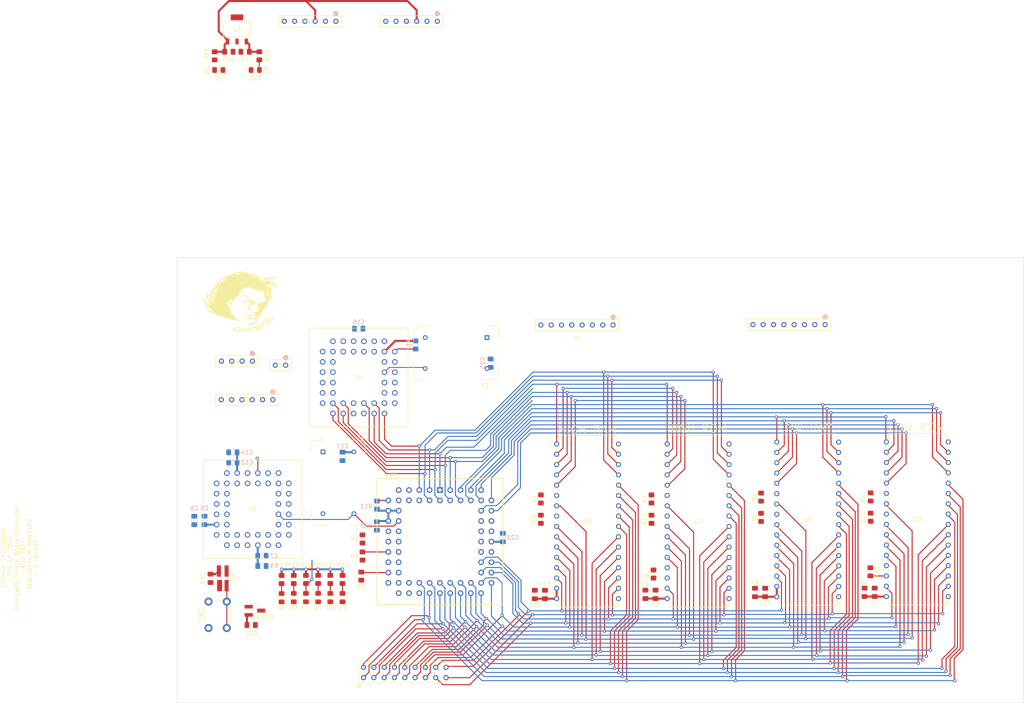
<source format=kicad_pcb>
(kicad_pcb (version 20211014) (generator pcbnew)
  (layers (0 "F.Cu" signal) (31 "B.Cu" signal) (34 "B.Paste" user) (35 "F.Paste" user) (36 "B.SilkS" user "B.Silkscreen") (37 "F.SilkS" user "F.Silkscreen") (38 "B.Mask" user) (39 "F.Mask" user) (44 "Edge.Cuts" user))
  (net 0 "")
  (net 1 "+5V")
  (net 2 "GND")
  (net 3 "+3V3")
  (net 4 "/3V3_LED")
  (net 5 "LED0")
  (net 6 "LED1")
  (net 7 "LED2")
  (net 8 "LED3")
  (net 9 "LED4")
  (net 10 "LED5")
  (net 11 "D0")
  (net 12 "D1")
  (net 13 "D2")
  (net 14 "D3")
  (net 15 "D4")
  (net 16 "D5")
  (net 17 "D6")
  (net 18 "D7")
  (net 19 "D8")
  (net 20 "D9")
  (net 21 "D10")
  (net 22 "D11")
  (net 23 "D12")
  (net 24 "D13")
  (net 25 "D14")
  (net 26 "D15")
  (net 27 "A1")
  (net 28 "A2")
  (net 29 "A3")
  (net 30 "A4")
  (net 31 "A5")
  (net 32 "A6")
  (net 33 "A7")
  (net 34 "A8")
  (net 35 "A9")
  (net 36 "A10")
  (net 37 "A11")
  (net 38 "A12")
  (net 39 "A13")
  (net 40 "A14")
  (net 41 "A15")
  (net 42 "A16")
  (net 43 "A17")
  (net 44 "A18")
  (net 45 "TCK")
  (net 46 "TDO")
  (net 47 "TDI")
  (net 48 "TMS")
  (net 49 "AS")
  (net 50 "DTACK")
  (net 52 "TXDA")
  (net 53 "RXDA")
  (net 56 "TXDB")
  (net 57 "RXDB")
  (net 59 "HALT")
  (net 60 "BERR")
  (net 61 "ROMLOE")
  (net 62 "ROMLCE")
  (net 63 "ROMHOE")
  (net 64 "ROMHCE")
  (net 65 "RAMLCE")
  (net 66 "RAMLCE2")
  (net 67 "RESET")
  (net 68 "RAMLOE")
  (net 69 "RAMHCE")
  (net 70 "RAMHCE2")
  (net 71 "CPLD_DTACK")
  (net 72 "RAMHOE")
  (net 73 "DUARTCS")
  (net 74 "/SW_IN")
  (net 75 "CLK")
  (net 76 "UDS")
  (net 77 "LDS")
  (net 78 "A20")
  (net 79 "A21")
  (net 80 "A22")
  (net 81 "A23")
  (net 82 "SRESET")
  (net 83 "BRESET")
  (net 84 "DUART_DTACK")
  (net 86 "A19")
  (net 88 "R{slash}W")
  (net 108 "/DUART_CLK")
  (footprint "Imported:CON6_1X6_TU_HTS_SAI" (layer "F.Cu") (at 132.66 5.07631 180)
    (fp_text reference "J8")
    (fp_text value "DUART B")
  )
  (footprint "Imported:SOT-23_STM-L" (layer "F.Cu") (at 119.1125 150.3 -90)
    (fp_text reference "U10")
    (fp_text value "STM1001LWX6F")
  )
  (footprint "LED_SMD:LED_0805_2012Metric_Pad1.15x1.40mm_HandSolder" (layer "F.Cu") (at 134.65 147.05 90)
    (fp_text reference "D5")
    (fp_text value "LED")
  )
  (footprint "Resistor_SMD:R_0805_2012Metric_Pad1.20x1.40mm_HandSolder" (layer "F.Cu") (at 270.77 122.25 90)
    (fp_text reference "R11")
    (fp_text value "4k7")
  )
  (footprint "Resistor_SMD:R_0805_2012Metric_Pad1.20x1.40mm_HandSolder" (layer "F.Cu") (at 243.77 127.29 90)
    (fp_text reference "R5")
    (fp_text value "4k7")
  )
  (footprint "Imported:PDIP32_PH_SST_MCH" (layer "F.Cu") (at 208.65 147.3 180)
    (fp_text reference "U4")
    (fp_text value "SST39SF020A-70-4C-PHE")
  )
  (footprint "Capacitor_SMD:C_0805_2012Metric_Pad1.18x1.45mm_HandSolder" (layer "F.Cu") (at 217.77 146.25 90)
    (fp_text reference "C3")
    (fp_text value "0u01")
  )
  (footprint "Resistor_SMD:R_0805_2012Metric_Pad1.20x1.40mm_HandSolder" (layer "F.Cu") (at 145.57051 132.61 90)
    (fp_text reference "R1")
    (fp_text value "4k7")
  )
  (footprint "Resistor_SMD:R_0805_2012Metric_Pad1.20x1.40mm_HandSolder" (layer "F.Cu") (at 137.65 142.575 -90)
    (fp_text reference "R21")
    (fp_text value "1k")
  )
  (footprint "LED_SMD:LED_0805_2012Metric_Pad1.15x1.40mm_HandSolder" (layer "F.Cu") (at 110.16 17.07631 180)
    (fp_text reference "D1")
    (fp_text value "LED")
  )
  (footprint "Imported:CON4_1X4_TU_HTS_SAI" (layer "F.Cu") (at 114.65 88.8 180)
    (fp_text reference "J4")
    (fp_text value "POWER")
  )
  (footprint "Resistor_SMD:R_0805_2012Metric_Pad1.20x1.40mm_HandSolder" (layer "F.Cu") (at 270.77 127.25 90)
    (fp_text reference "R14")
    (fp_text value "4k7")
  )
  (footprint "Package_TO_SOT_SMD:SOT-143_Handsoldering" (layer "F.Cu") (at 111.15 142.3 90)
    (fp_text reference "U8")
    (fp_text value "MAX6816EUS_T")
  )
  (footprint "Imported:PDIP32_PH_SST_MCH" (layer "F.Cu") (at 289.89 146.8 180)
    (fp_text reference "U3")
    (fp_text value "AS6C1008-55PCN")
  )
  (footprint "Resistor_SMD:R_0805_2012Metric_Pad1.20x1.40mm_HandSolder" (layer "F.Cu") (at 216.77 122.75 90)
    (fp_text reference "R7")
    (fp_text value "4k7")
  )
  (footprint "Button_Switch_THT:SW_PUSH_6mm" (layer "F.Cu") (at 107.65 154.55 90)
    (fp_text reference "SW1")
    (fp_text value "SW_Push")
  )
  (footprint "Imported:CON6_1X6_TU_HTS_SAI" (layer "F.Cu") (at 117.15 98.3 180)
    (fp_text reference "J5")
    (fp_text value "JTAG")
  )
  (footprint "Imported:PDIP32_PH_SST_MCH" (layer "F.Cu") (at 262.89 146.84 180)
    (fp_text reference "U5")
    (fp_text value "SST39SF020A-70-4C-PHE")
  )
  (footprint "Imported:PDIP32_PH_SST_MCH" (layer "F.Cu") (at 235.89 147.3 180)
    (fp_text reference "U2")
    (fp_text value "AS6C1008-55PCN")
  )
  (footprint "LED_SMD:LED_0805_2012Metric_Pad1.15x1.40mm_HandSolder" (layer "F.Cu") (at 131.65 147.05 90)
    (fp_text reference "D4")
    (fp_text value "LED")
  )
  (footprint "Capacitor_SMD:C_0805_2012Metric_Pad1.18x1.45mm_HandSolder" (layer "F.Cu") (at 215.27 146.25 90)
    (fp_text reference "C1")
    (fp_text value "0u1")
  )
  (footprint "Resistor_SMD:R_0805_2012Metric_Pad1.20x1.40mm_HandSolder" (layer "F.Cu") (at 217.27 141.25 -90)
    (fp_text reference "R8")
    (fp_text value "4k7")
  )
  (footprint "Resistor_SMD:R_0805_2012Metric_Pad1.20x1.40mm_HandSolder" (layer "F.Cu") (at 243.77 122.29 90)
    (fp_text reference "R6")
    (fp_text value "4k7")
  )
  (footprint "Resistor_SMD:R_0805_2012Metric_Pad1.20x1.40mm_HandSolder" (layer "F.Cu") (at 120.16 13.57631 -90)
    (fp_text reference "R23")
    (fp_text value "1k")
  )
  (footprint "Imported:SOT-223_DIO-L" (layer "F.Cu") (at 114.66 7.07631)
    (fp_text reference "U7")
    (fp_text value "AP2114HA-3.3TRG1")
  )
  (footprint "Imported:TO_11B1-RK-TP_3MM" (layer "F.Cu") (at 145.92 86.45)
    (fp_text reference "U6")
    (fp_text value "XR68C681CJ-F")
  )
  (footprint "Capacitor_SMD:C_0805_2012Metric_Pad1.18x1.45mm_HandSolder" (layer "F.Cu") (at 269.27 145.75 90)
    (fp_text reference "C2")
    (fp_text value "0u1")
  )
  (footprint "Capacitor_SMD:C_0805_2012Metric_Pad1.18x1.45mm_HandSolder" (layer "F.Cu") (at 188.03 146.2875 90)
    (fp_text reference "C10")
    (fp_text value "0u1")
  )
  (footprint "Capacitor_SMD:C_0805_2012Metric_Pad1.18x1.45mm_HandSolder" (layer "F.Cu") (at 271.77 145.75 90)
    (fp_text reference "C4")
    (fp_text value "0u01")
  )
  (footprint "Resistor_SMD:R_0805_2012Metric_Pad1.20x1.40mm_HandSolder" (layer "F.Cu") (at 145.57051 136.81 90)
    (fp_text reference "R9")
    (fp_text value "4k7")
  )
  (footprint "LED_SMD:LED_0805_2012Metric_Pad1.15x1.40mm_HandSolder" (layer "F.Cu") (at 140.65 147.05 90)
    (fp_text reference "D7")
    (fp_text value "LED")
  )
  (footprint "Imported:CON18_2X9_TU_HTS_SAI" (layer "F.Cu") (at 156 165.5)
    (fp_text reference "J3")
    (fp_text value "ABUS")
  )
  (footprint "Capacitor_SMD:C_0805_2012Metric_Pad1.18x1.45mm_HandSolder" (layer "F.Cu") (at 116.66 12.57631 180)
    (fp_text reference "C19")
    (fp_text value "4u7")
  )
  (footprint "Imported:OSC_ECS-100AX-036" (layer "F.Cu") (at 168.65 86.8 180)
    (fp_text reference "Y1")
    (fp_text value "ECS-100AX-036")
  )
  (footprint "Resistor_SMD:R_0805_2012Metric_Pad1.20x1.40mm_HandSolder" (layer "F.Cu") (at 145.27932 141.76 90)
    (fp_text reference "R2")
    (fp_text value "4k7")
  )
  (footprint "Capacitor_SMD:C_0805_2012Metric_Pad1.18x1.45mm_HandSolder" (layer "F.Cu") (at 190.53 146.2875 90)
    (fp_text reference "C13")
    (fp_text value "0u01")
  )
  (footprint "LED_SMD:LED_0805_2012Metric_Pad1.15x1.40mm_HandSolder" (layer "F.Cu") (at 125.65 147.075 90)
    (fp_text reference "D2")
    (fp_text value "LED")
  )
  (footprint "Imported:CON8_1X8_TU_HTS_SAI" (layer "F.Cu") (at 198.42 79.9 180)
    (fp_text reference "J1")
    (fp_text value "DBUS_LOW")
  )
  (footprint "Resistor_SMD:R_0805_2012Metric_Pad1.20x1.40mm_HandSolder" (layer "F.Cu") (at 140.65 142.575 -90)
    (fp_text reference "R22")
    (fp_text value "1k")
  )
  (footprint "Resistor_SMD:R_0805_2012Metric_Pad1.20x1.40mm_HandSolder" (layer "F.Cu") (at 128.65 142.575 -90)
    (fp_text reference "R18")
    (fp_text value "1k")
  )
  (footprint "Capacitor_SMD:C_0805_2012Metric_Pad1.18x1.45mm_HandSolder" (layer "F.Cu") (at 108.15 142.3 -90)
    (fp_text reference "C21")
    (fp_text value "0u1")
  )
  (footprint "Resistor_SMD:R_0805_2012Metric_Pad1.20x1.40mm_HandSolder" (layer "F.Cu") (at 125.65 142.6 -90)
    (fp_text reference "R17")
    (fp_text value "1k")
  )
  (footprint "Resistor_SMD:R_0805_2012Metric_Pad1.20x1.40mm_HandSolder" (layer "F.Cu") (at 131.65 142.575 -90)
    (fp_text reference "R19")
    (fp_text value "1k")
  )
  (footprint "Resistor_SMD:R_0805_2012Metric_Pad1.20x1.40mm_HandSolder" (layer "F.Cu") (at 189.53 127.75 90)
    (fp_text reference "R3")
    (fp_text value "4k7")
  )
  (footprint "Resistor_SMD:R_0805_2012Metric_Pad1.20x1.40mm_HandSolder" (layer "F.Cu") (at 134.65 142.575 -90)
    (fp_text reference "R20")
    (fp_text value "1k")
  )
  (footprint "Capacitor_SMD:C_0805_2012Metric_Pad1.18x1.45mm_HandSolder" (layer "F.Cu") (at 244.77 145.79 90)
    (fp_text reference "C11")
    (fp_text value "0u01")
  )
  (footprint "Imported:TO_11B1-RK-TP_3MM" (layer "F.Cu") (at 124.88 126.53 -90)
    (fp_text reference "U1")
    (fp_text value "XC9572XL-10VQG44C")
  )
  (footprint "Imported:OSC_ECS-100AX-080" (layer "F.Cu") (at 139.65051 118.76 -90)
    (fp_text reference "Y2")
    (fp_text value "ECS-100AX-080")
  )
  (footprint "Imported:CON2_1X2_TU_HTS_SAI" (layer "F.Cu") (at 125.38 89.8 180)
    (fp_text reference "J6")
    (fp_text value "Conn_01x02_Male")
  )
  (footprint "Capacitor_SMD:C_0805_2012Metric_Pad1.18x1.45mm_HandSolder" (layer "F.Cu") (at 112.66 12.57631)
    (fp_text reference "C18")
    (fp_text value "4u7")
  )
  (footprint "Imported:CON8_1X8_TU_HTS_SAI" (layer "F.Cu") (at 250.65 79.8 180)
    (fp_text reference "J2")
    (fp_text value "DBUS_HIGH")
  )
  (footprint "Capacitor_SMD:C_0805_2012Metric_Pad1.18x1.45mm_HandSolder" (layer "F.Cu") (at 242.27 145.79 90)
    (fp_text reference "C8")
    (fp_text value "0u1")
  )
  (footprint "Capacitor_SMD:C_0805_2012Metric_Pad1.18x1.45mm_HandSolder" (layer "F.Cu") (at 118.15 153.8)
    (fp_text reference "C20")
    (fp_text value "0u1")
  )
  (footprint "LED_SMD:LED_0805_2012Metric_Pad1.15x1.40mm_HandSolder" (layer "F.Cu") (at 128.65 147.05 90)
    (fp_text reference "D3")
    (fp_text value "LED")
  )
  (footprint "LED_SMD:LED_0805_2012Metric_Pad1.15x1.40mm_HandSolder" (layer "F.Cu") (at 119.16 17.07631)
    (fp_text reference "D8")
    (fp_text value "LED")
  )
  (footprint "Resistor_SMD:R_0805_2012Metric_Pad1.20x1.40mm_HandSolder" (layer "F.Cu") (at 270.68 140.7 -90)
    (fp_text reference "R12")
    (fp_text value "4k7")
  )
  (footprint "Resistor_SMD:R_0805_2012Metric_Pad1.20x1.40mm_HandSolder" (layer "F.Cu") (at 109.16 13.57631 -90)
    (fp_text reference "R16")
    (fp_text value "1k")
  )
  (footprint "Resistor_SMD:R_0805_2012Metric_Pad1.20x1.40mm_HandSolder" (layer "F.Cu") (at 216.77 127.75 90)
    (fp_text reference "R10")
    (fp_text value "4k7")
  )
  (footprint "LOGO" (layer "F.Cu") (at 115.5 74)
    (fp_text reference "G***" hide)
    (fp_text value "LOGO" hide)
  )
  (footprint "Resistor_SMD:R_0805_2012Metric_Pad1.20x1.40mm_HandSolder" (layer "F.Cu") (at 189.53 122.75 90)
    (fp_text reference "R4")
    (fp_text value "4k7")
  )
  (footprint "Imported:3M_8468-11B1-RK-TP" (layer "F.Cu") (at 164.65051 133.26)
    (fp_text reference "U9")
    (fp_text value "MC68000FN")
  )
  (footprint "LED_SMD:LED_0805_2012Metric_Pad1.15x1.40mm_HandSolder" (layer "F.Cu") (at 137.65 147.05 90)
    (fp_text reference "D6")
    (fp_text value "LED")
  )
  (footprint "Imported:CON6_1X6_TU_HTS_SAI" (layer "F.Cu") (at 157.66 5.07631 180)
    (fp_text reference "J7")
    (fp_text value "DUART A")
  )
  (footprint "Capacitor_SMD:C_0805_2012Metric_Pad1.18x1.45mm_HandSolder" (layer "B.Cu") (at 104.15051 128.0475 90)
    (fp_text reference "C6")
    (fp_text value "0u1")
  )
  (footprint "Resistor_SMD:R_0805_2012Metric_Pad1.20x1.40mm_HandSolder" (layer "B.Cu") (at 158.65 84.8 -90)
    (fp_text reference "R15")
    (fp_text value "4k7")
  )
  (footprint "Capacitor_SMD:C_0805_2012Metric_Pad1.18x1.45mm_HandSolder" (layer "B.Cu") (at 149.12051 129.4 -90)
    (fp_text reference "C22")
    (fp_text value "0u1")
  )
  (footprint "Capacitor_SMD:C_0805_2012Metric_Pad1.18x1.45mm_HandSolder" (layer "B.Cu") (at 144.65 80.8 180)
    (fp_text reference "C16")
    (fp_text value "0u1")
  )
  (footprint "Capacitor_SMD:C_0805_2012Metric_Pad1.18x1.45mm_HandSolder" (layer "B.Cu") (at 120.81301 139.26)
    (fp_text reference "C9")
    (fp_text value "0u1")
  )
  (footprint "Capacitor_SMD:C_0805_2012Metric_Pad1.18x1.45mm_HandSolder" (layer "B.Cu") (at 177.15 89.3 90)
    (fp_text reference "C15")
    (fp_text value "0u1")
  )
  (footprint "Capacitor_SMD:C_0805_2012Metric_Pad1.18x1.45mm_HandSolder" (layer "B.Cu") (at 106.65051 128.0475 90)
    (fp_text reference "C5")
    (fp_text value "0u01")
  )
  (footprint "Capacitor_SMD:C_0805_2012Metric_Pad1.18x1.45mm_HandSolder" (layer "B.Cu") (at 120.81301 136.76)
    (fp_text reference "C7")
    (fp_text value "0u01")
  )
  (footprint "Capacitor_SMD:C_0805_2012Metric_Pad1.18x1.45mm_HandSolder" (layer "B.Cu") (at 113.65051 113.76 180)
    (fp_text reference "C12")
    (fp_text value "0u01")
  )
  (footprint "Capacitor_SMD:C_0805_2012Metric_Pad1.18x1.45mm_HandSolder" (layer "B.Cu") (at 140.65051 112.26 -90)
    (fp_text reference "C17")
    (fp_text value "0u1")
  )
  (footprint "Capacitor_SMD:C_0805_2012Metric_Pad1.18x1.45mm_HandSolder" (layer "B.Cu") (at 180.15051 132.26 90)
    (fp_text reference "C23")
    (fp_text value "0u1")
  )
  (footprint "Resistor_SMD:R_0805_2012Metric_Pad1.20x1.40mm_HandSolder" (layer "B.Cu") (at 149.15051 124.26 90)
    (fp_text reference "R13")
    (fp_text value "4k7")
  )
  (footprint "Capacitor_SMD:C_0805_2012Metric_Pad1.18x1.45mm_HandSolder" (layer "B.Cu") (at 113.65051 111.26 180)
    (fp_text reference "C14")
    (fp_text value "0u1")
  )
  (gr_rect (start 308.5 173) (end 99.9 63.3) (layer "Edge.Cuts") (width 0.1) (fill none))
  (gr_text "HIGH ROM" (at 227.93 105.45) (layer "F.SilkS") (effects (font (size 2 2))))
  (gr_text "3V3\n" (at 119.16 19.07631) (layer "F.SilkS") (effects (font (size 1 1))))
  (gr_text "5V" (at 110.16 19.07631) (layer "F.SilkS") (effects (font (size 1 1))))
  (gr_text "LOW ROM\n" (at 282.18 105.2) (layer "F.SilkS") (effects (font (size 2 2))))
  (gr_text "GEORGE YACOUBIAN\nLETU SP 2024\nGeorgeOS Single Board Computer\n- ADD FEET\n- ADD VETRIUM MARKERS\n- 4 LAYER?" (at 61.15 137.3 90) (layer "F.SilkS") (effects (font (size 1 1))))
  (gr_text "HIGH RAM\n" (at 200.94 105.7) (layer "F.SilkS") (effects (font (size 2 2))))
  (gr_text "LOW RAM\n" (at 254.93 104.99) (layer "F.SilkS") (effects (font (size 2 2))))
  (segment (start 244.77 146.8275) (end 242.27 146.8275) (width 0.5) (layer "F.Cu") (net 1))
  (segment (start 125.65 141.6) (end 125.65 140.075) (width 0.5) (layer "F.Cu") (net 1))
  (segment (start 269.27 146.7875) (end 271.77 146.7875) (width 0.5) (layer "F.Cu") (net 1))
  (segment (start 274.65 146.8) (end 271.7825 146.8) (width 0.5) (layer "F.Cu") (net 1))
  (segment (start 128.65 141.575) (end 128.65 140.075) (width 0.5) (layer "F.Cu") (net 1))
  (segment (start 244.7825 146.84) (end 244.77 146.8275) (width 0.5) (layer "F.Cu") (net 1))
  (segment (start 137.65 140.075) (end 137.65 141.575) (width 0.5) (layer "F.Cu") (net 1))
  (segment (start 133.93 2.34631) (end 133.93 5.07631) (width 0.5) (layer "F.Cu") (net 1))
  (segment (start 247.65 144.3) (end 247.65 146.84) (width 0.5) (layer "F.Cu") (net 1))
  (segment (start 112.66 0.07631) (end 131.66 0.07631) (width 0.5) (layer "F.Cu") (net 1))
  (segment (start 271.7825 146.8) (end 271.77 146.7875) (width 0.5) (layer "F.Cu") (net 1))
  (segment (start 112.36 9.77631) (end 110.16 7.57631) (width 0.5) (layer "F.Cu") (net 1))
  (segment (start 109.4375 141.2625) (end 110.2 140.5) (width 0.5) (layer "F.Cu") (net 1))
  (segment (start 134.65 140.075) (end 134.65 141.575) (width 0.5) (layer "F.Cu") (net 1))
  (segment (start 111.6225 12.57631) (end 109.16 12.57631) (width 0.5) (layer "F.Cu") (net 1))
  (segment (start 112.36 10.05051) (end 112.36 9.77631) (width 0.5) (layer "F.Cu") (net 1))
  (segment (start 131.66 0.07631) (end 133.93 2.34631) (width 0.5) (layer "F.Cu") (net 1))
  (segment (start 110.16 2.57631) (end 112.66 0.07631) (width 0.5) (layer "F.Cu") (net 1))
  (segment (start 193.41 144.76) (end 193.41 147.3) (width 0.5) (layer "F.Cu") (net 1))
  (segment (start 193.385 147.325) (end 193.41 147.3) (width 0.5) (layer "F.Cu") (net 1))
  (segment (start 111.6225 12.57631) (end 111.6225 10.78801) (width 0.5) (layer "F.Cu") (net 1))
  (segment (start 131.66 0.07631) (end 156.66 0.07631) (width 0.5) (layer "F.Cu") (net 1))
  (segment (start 190.53 147.325) (end 188.03 147.325) (width 0.5) (layer "F.Cu") (net 1))
  (segment (start 140.65 140.075) (end 140.65 141.575) (width 0.5) (layer "F.Cu") (net 1))
  (segment (start 153.65 83.8) (end 158.65 83.8) (width 0.5) (layer "F.Cu") (net 1))
  (segment (start 117.1125 153.8) (end 117.1125 151.7412) (width 0.5) (layer "F.Cu") (net 1))
  (segment (start 131.65 140.075) (end 134.65 140.075) (width 0.5) (layer "F.Cu") (net 1))
  (segment (start 108.15 141.2625) (end 109.4375 141.2625) (width 0.5) (layer "F.Cu") (net 1))
  (segment (start 117.1125 151.7412) (end 117.5377 151.316) (width 0.5) (layer "F.Cu") (net 1))
  (segment (start 247.65 146.84) (end 244.7825 146.84) (width 0.5) (layer "F.Cu") (net 1))
  (segment (start 220.65 147.3) (end 217.7825 147.3) (width 0.5) (layer "F.Cu") (net 1))
  (segment (start 190.53 147.325) (end 193.385 147.325) (width 0.5) (layer "F.Cu") (net 1))
  (segment (start 110.16 7.57631) (end 110.16 2.57631) (width 0.5) (layer "F.Cu") (net 1))
  (segment (start 111.6225 10.78801) (end 112.36 10.05051) (width 0.5) (layer "F.Cu") (net 1))
  (segment (start 158.93 2.34631) (end 158.93 5.07631) (width 0.5) (layer "F.Cu") (net 1))
  (segment (start 217.77 147.2875) (end 215.27 147.2875) (width 0.5) (layer "F.Cu") (net 1))
  (segment (start 151 86.45) (end 153.65 83.8) (width 0.5) (layer "F.Cu") (net 1))
  (segment (start 156.66 0.07631) (end 158.93 2.34631) (width 0.5) (layer "F.Cu") (net 1))
  (segment (start 131.65 141.575) (end 131.65 140.075) (width 0.5) (layer "F.Cu") (net 1))
  (segment (start 217.7825 147.3) (end 217.77 147.2875) (width 0.5) (layer "F.Cu") (net 1))
  (via (at 131.65 140.075) (size 0.8) (drill 0.5) (layers "F.Cu" "B.Cu") (net 1))
  (via (at 134.65 140.075) (size 0.8) (drill 0.5) (layers "F.Cu" "B.Cu") (net 1))
  (via (at 125.65 140.075) (size 0.8) (drill 0.5) (layers "F.Cu" "B.Cu") (net 1))
  (via (at 137.65 140.075) (size 0.8) (drill 0.5) (layers "F.Cu" "B.Cu") (net 1))
  (via (at 128.65 140.075) (size 0.8) (drill 0.5) (layers "F.Cu" "B.Cu") (net 1))
  (via (at 140.65 140.075) (size 0.8) (drill 0.5) (layers "F.Cu" "B.Cu") (net 1))
  (segment (start 131.65 140.075) (end 128.65 140.075) (width 0.5) (layer "B.Cu") (net 1))
  (segment (start 151.95051 125.64) (end 149.53051 125.64) (width 0.5) (layer "B.Cu") (net 1))
  (segment (start 140.65051 111.2225) (end 143.37801 111.2225) (width 0.5) (layer "B.Cu") (net 1))
  (segment (start 177.38801 133.2975) (end 177.35051 133.26) (width 0.5) (layer "B.Cu") (net 1))
  (segment (start 151.95051 128.18) (end 151.95051 125.64) (width 0.5) (layer "B.Cu") (net 1))
  (segment (start 143.37801 111.2225) (end 143.46051 111.14) (width 0.5) (layer "B.Cu") (net 1))
  (segment (start 137.65 140.075) (end 140.65 140.075) (width 0.5) (layer "B.Cu") (net 1))
  (segment (start 151.95051 128.18) (end 149.19301 128.18) (width 0.5) (layer "B.Cu") (net 1))
  (segment (start 180.15051 133.2975) (end 177.38801 133.2975) (width 0.5) (layer "B.Cu") (net 1))
  (segment (start 149.19301 128.18) (end 149.15051 128.2225) (width 0.5) (layer "B.Cu") (net 1))
  (segment (start 134.65 140.075) (end 137.65 140.075) (width 0.5) (layer "B.Cu") (net 1))
  (segment (start 154.49051 125.64) (end 151.95051 125.64) (width 0.5) (layer "B.Cu") (net 1))
  (segment (start 125.65 140.075) (end 128.65 140.075) (width 0.5) (layer "B.Cu") (net 1))
  (segment (start 149.53051 125.64) (end 149.15051 125.26) (width 0.5) (layer "B.Cu") (net 1))
  (segment (start 117.6975 12.57631) (end 120.16 12.57631) (width 0.5) (layer "F.Cu") (net 3))
  (segment (start 117.6975 12.57631) (end 117.6975 10.78801) (width 0.5) (layer "F.Cu") (net 3))
  (segment (start 117.6975 10.78801) (end 116.96 10.05051) (width 0.5) (layer "F.Cu") (net 3))
  (segment (start 119.77551 136.76) (end 119.77551 139.26) (width 0.5) (layer "B.Cu") (net 3))
  (segment (start 114.68801 116.33801) (end 114.72 116.37) (width 0.5) (layer "B.Cu") (net 3))
  (segment (start 106.71051 129.07) (end 106.65051 129.01) (width 0.5) (layer "B.Cu") (net 3))
  (segment (start 109.64 129.07) (end 106.71051 129.07) (width 0.5) (layer "B.Cu") (net 3))
  (segment (start 114.68801 111.26) (end 114.68801 113.76) (width 0.5) (layer "B.Cu") (net 3))
  (segment (start 119.77551 136.76) (end 119.77551 134.17449) (width 0.5) (layer "B.Cu") (net 3))
  (segment (start 119.77551 134.17449) (end 119.8 134.15) (width 0.5) (layer "B.Cu") (net 3))
  (segment (start 114.68801 113.76) (end 114.68801 116.33801) (width 0.5) (layer "B.Cu") (net 3))
  (segment (start 120.16 14.57631) (end 120.16 17.05131) (width 0.25) (layer "F.Cu") (net 4))
  (segment (start 120.16 17.05131) (end 120.185 17.07631) (width 0.25) (layer "F.Cu") (net 4))
  (segment (start 125.65 143.6) (end 125.65 146.05) (width 0.25) (layer "F.Cu") (net 5))
  (segment (start 128.65 143.575) (end 128.65 146.025) (width 0.25) (layer "F.Cu") (net 6))
  (segment (start 131.65 146.025) (end 131.65 143.575) (width 0.25) (layer "F.Cu") (net 7))
  (segment (start 133.15 142.575) (end 132.15 143.575) (width 0.25) (layer "F.Cu") (net 7))
  (segment (start 132.15 143.575) (end 131.65 143.575) (width 0.25) (layer "F.Cu") (net 7))
  (via (at 133.15 142.575) (size 0.8) (drill 0.4) (layers "F.Cu" "B.Cu") (net 7))
  (segment (start 133.15 142.575) (end 133.15 137.8) (width 0.25) (layer "B.Cu") (net 7))
  (segment (start 134.65 143.575) (end 134.65 146.025) (width 0.25) (layer "F.Cu") (net 8))
  (segment (start 137.65 143.575) (end 137.65 146.025) (width 0.25) (layer "F.Cu") (net 9))
  (segment (start 140.65 146.025) (end 140.65 143.575) (width 0.25) (layer "F.Cu") (net 10))
  (segment (start 208.65 116.82) (end 205 113.17) (width 0.254) (layer "F.Cu") (net 11))
  (segment (start 232 91.5) (end 232 112.93) (width 0.254) (layer "F.Cu") (net 11))
  (segment (start 151 101.69) (end 151 108) (width 0.254) (layer "F.Cu") (net 11))
  (segment (start 151 108) (end 152.730001 109.730001) (width 0.254) (layer "F.Cu") (net 11))
  (segment (start 232 112.93) (end 235.89 116.82) (width 0.254) (layer "F.Cu") (net 11))
  (segment (start 205 113.17) (end 205 91.5) (width 0.254) (layer "F.Cu") (net 11))
  (segment (start 152.730001 109.730001) (end 159.57051 109.730001) (width 0.254) (layer "F.Cu") (net 11))
  (via (at 159.57051 109.730001) (size 0.8) (drill 0.4) (layers "F.Cu" "B.Cu") (net 11))
  (via (at 232 91.5) (size 0.8) (drill 0.4) (layers "F.Cu" "B.Cu") (net 11))
  (via (at 205 91.5) (size 0.8) (drill 0.4) (layers "F.Cu" "B.Cu") (net 11))
  (segment (start 205 91.5) (end 232 91.5) (width 0.254) (layer "B.Cu") (net 11))
  (segment (start 159.57051 109.730001) (end 163.474031 105.82648) (width 0.254) (layer "B.Cu") (net 11))
  (segment (start 163.474031 105.82648) (end 173.268516 105.82648) (width 0.254) (layer "B.Cu") (net 11))
  (segment (start 159.57051 120.56) (end 159.57051 109.42949) (width 0.254) (layer "B.Cu") (net 11))
  (segment (start 187.594996 91.5) (end 205 91.5) (width 0.254) (layer "B.Cu") (net 11))
  (segment (start 173.268516 105.82648) (end 187.594996 91.5) (width 0.254) (layer "B.Cu") (net 11))
  (segment (start 138.3 103.3) (end 138.3 101.69) (width 0.254) (layer "F.Cu") (net 12))
  (segment (start 233 111.39) (end 235.89 114.28) (width 0.254) (layer "F.Cu") (net 12))
  (segment (start 161 116.5) (end 151.5 116.5) (width 0.254) (layer "F.Cu") (net 12))
  (segment (start 233 92.5) (end 233 111.39) (width 0.254) (layer "F.Cu") (net 12))
  (segment (start 206 111.63) (end 206 92.5) (width 0.254) (layer "F.Cu") (net 12))
  (segment (start 151.5 116.5) (end 138.3 103.3) (width 0.254) (layer "F.Cu") (net 12))
  (segment (start 208.65 114.28) (end 206 111.63) (width 0.254) (layer "F.Cu") (net 12))
  (via (at 233 92.5) (size 0.8) (drill 0.4) (layers "F.Cu" "B.Cu") (net 12))
  (via (at 161 116.5) (size 0.8) (drill 0.4) (layers "F.Cu" "B.Cu") (net 12))
  (via (at 206 92.5) (size 0.8) (drill 0.4) (layers "F.Cu" "B.Cu") (net 12))
  (segment (start 173.547498 106.5) (end 187.547498 92.5) (width 0.254) (layer "B.Cu") (net 12))
  (segment (start 160.817021 121.806511) (end 162.11051 123.1) (width 0.254) (layer "B.Cu") (net 12))
  (segment (start 164 106.5) (end 173.547498 106.5) (width 0.254) (layer "B.Cu") (net 12))
  (segment (start 160.817021 116.682979) (end 160.817021 121.806511) (width 0.254) (layer "B.Cu") (net 12))
  (segment (start 161 116.5) (end 161 109.5) (width 0.254) (layer "B.Cu") (net 12))
  (segment (start 187.547498 92.5) (end 206 92.5) (width 0.254) (layer "B.Cu") (net 12))
  (segment (start 161 109.5) (end 164 106.5) (width 0.254) (layer "B.Cu") (net 12))
  (segment (start 233 92.5) (end 206 92.5) (width 0.254) (layer "B.Cu") (net 12))
  (segment (start 161 116.5) (end 160.817021 116.682979) (width 0.254) (layer "B.Cu") (net 12))
  (segment (start 207 110.09) (end 207 93.5) (width 0.254) (layer "F.Cu") (net 13))
  (segment (start 234 93.5) (end 234 109.85) (width 0.254) (layer "F.Cu") (net 13))
  (segment (start 148.46 99.15) (end 149.692311 100.382311) (width 0.254) (layer "F.Cu") (net 13))
  (segment (start 149.692311 100.382311) (end 149.692311 108.334805) (width 0.254) (layer "F.Cu") (net 13))
  (segment (start 152.034007 110.676501) (end 162.11051 110.676501) (width 0.254) (layer "F.Cu") (net 13))
  (segment (start 234 109.85) (end 235.89 111.74) (width 0.254) (layer "F.Cu") (net 13))
  (segment (start 208.65 111.74) (end 207 110.09) (width 0.254) (layer "F.Cu") (net 13))
  (segment (start 149.692311 108.334805) (end 152.034007 110.676501) (width 0.254) (layer "F.Cu") (net 13))
  (via (at 162.11051 110.676501) (size 0.8) (drill 0.4) (layers "F.Cu" "B.Cu") (net 13))
  (via (at 207 93.5) (size 0.8) (drill 0.4) (layers "F.Cu" "B.Cu") (net 13))
  (via (at 234 93.5) (size 0.8) (drill 0.4) (layers "F.Cu" "B.Cu") (net 13))
  (segment (start 173.655004 107.344996) (end 187.5 93.5) (width 0.254) (layer "B.Cu") (net 13))
  (segment (start 207 93.5) (end 234 93.5) (width 0.254) (layer "B.Cu") (net 13))
  (segment (start 187.5 93.5) (end 207 93.5) (width 0.254) (layer "B.Cu") (net 13))
  (segment (start 162.11051 120.56) (end 162.11051 110.676501) (width 0.254) (layer "B.Cu") (net 13))
  (segment (start 163.305938 110.676501) (end 166.637443 107.344996) (width 0.254) (layer "B.Cu") (net 13))
  (segment (start 166.637443 107.344996) (end 173.655004 107.344996) (width 0.254) (layer "B.Cu") (net 13))
  (segment (start 162.11051 110.676501) (end 163.305938 110.676501) (width 0.254) (layer "B.Cu") (net 13))
  (segment (start 220.5 94.5) (end 220.65 94.65) (width 0.254) (layer "F.Cu") (net 14))
  (segment (start 220.65 94.65) (end 220.65 109.2) (width 0.254) (layer "F.Cu") (net 14))
  (segment (start 139.607689 103.655187) (end 139.607689 100.457689) (width 0.254) (layer "F.Cu") (net 14))
  (segment (start 163.5 115.5) (end 151.452502 115.5) (width 0.254) (layer "F.Cu") (net 14))
  (segment (start 151.452502 115.5) (end 139.607689 103.655187) (width 0.254) (layer "F.Cu") (net 14))
  (segment (start 193.41 94.59) (end 193.41 109.2) (width 0.254) (layer "F.Cu") (net 14))
  (segment (start 193.5 94.5) (end 193.41 94.59) (width 0.254) (layer "F.Cu") (net 14))
  (segment (start 139.607689 100.457689) (end 138.3 99.15) (width 0.254) (layer "F.Cu") (net 14))
  (via (at 163.5 115.5) (size 0.8) (drill 0.4) (layers "F.Cu" "B.Cu") (net 14))
  (via (at 193.5 94.5) (size 0.8) (drill 0.4) (layers "F.Cu" "B.Cu") (net 14))
  (via (at 220.5 94.5) (size 0.8) (drill 0.4) (layers "F.Cu" "B.Cu") (net 14))
  (segment (start 166.613694 108.321247) (end 163.5 111.434941) (width 0.254) (layer "B.Cu") (net 14))
  (segment (start 193.5 94.5) (end 187.5 94.5) (width 0.254) (layer "B.Cu") (net 14))
  (segment (start 173.678753 108.321247) (end 166.613694 108.321247) (width 0.254) (layer "B.Cu") (net 14))
  (segment (start 163.403999 115.596001) (end 163.403999 121.853489) (width 0.254) (layer "B.Cu") (net 14))
  (segment (start 163.5 111.434941) (end 163.5 115.5) (width 0.254) (layer "B.Cu") (net 14))
  (segment (start 163.5 115.5) (end 163.403999 115.596001) (width 0.254) (layer "B.Cu") (net 14))
  (segment (start 193.5 94.5) (end 220.5 94.5) (width 0.254) (layer "B.Cu") (net 14))
  (segment (start 187.5 94.5) (end 173.678753 108.321247) (width 0.254) (layer "B.Cu") (net 14))
  (segment (start 163.403999 121.853489) (end 164.65051 123.1) (width 0.254) (layer "B.Cu") (net 14))
  (segment (start 222 110.39) (end 220.65 111.74) (width 0.254) (layer "F.Cu") (net 15))
  (segment (start 148.46 101.69) (end 148.46 108.69749) (width 0.254) (layer "F.Cu") (net 15))
  (segment (start 195 110.15) (end 193.41 111.74) (width 0.254) (layer "F.Cu") (net 15))
  (segment (start 222 95.5) (end 222 110.39) (width 0.254) (layer "F.Cu") (net 15))
  (segment (start 195 95.5) (end 195 110.15) (width 0.254) (layer "F.Cu") (net 15))
  (segment (start 148.46 108.69749) (end 151.385511 111.623001) (width 0.254) (layer "F.Cu") (net 15))
  (segment (start 151.385511 111.623001) (end 164.65051 111.623001) (width 0.254) (layer "F.Cu") (net 15))
  (via (at 222 95.5) (size 0.8) (drill 0.4) (layers "F.Cu" "B.Cu") (net 15))
  (via (at 195 95.5) (size 0.8) (drill 0.4) (layers "F.Cu" "B.Cu") (net 15))
  (via (at 164.65051 111.623001) (size 0.8) (drill 0.4) (layers "F.Cu" "B.Cu") (net 15))
  (segment (start 195 95.5) (end 222 95.5) (width 0.254) (layer "B.Cu") (net 15))
  (segment (start 173.022479 110) (end 187.522479 95.5) (width 0.254) (layer "B.Cu") (net 15))
  (segment (start 166.273511 110) (end 173.022479 110) (width 0.254) (layer "B.Cu") (net 15))
  (segment (start 164.65051 111.623001) (end 166.273511 110) (width 0.254) (layer "B.Cu") (net 15))
  (segment (start 164.65051 120.56) (end 164.65051 111.623001) (width 0.254) (layer "B.Cu") (net 15))
  (segment (start 165.986328 114.5) (end 151.405004 114.5) (width 0.254) (layer "F.Cu") (net 16))
  (segment (start 223 111.93) (end 220.65 114.28) (width 0.254) (layer "F.Cu") (net 16))
  (segment (start 151.405004 114.5) (end 140.84 103.934996) (width 0.254) (layer "F.Cu") (net 16))
  (segment (start 196 111.69) (end 193.41 114.28) (width 0.254) (layer "F.Cu") (net 16))
  (segment (start 140.84 103.934996) (end 140.84 101.69) (width 0.254) (layer "F.Cu") (net 16))
  (segment (start 196 96.5) (end 196 111.69) (width 0.254) (layer "F.Cu") (net 16))
  (segment (start 223 96.5) (end 223 111.93) (width 0.254) (layer "F.Cu") (net 16))
  (via (at 223 96.5) (size 0.8) (drill 0.4) (layers "F.Cu" "B.Cu") (net 16))
  (via (at 196 96.5) (size 0.8) (drill 0.4) (layers "F.Cu" "B.Cu") (net 16))
  (via (at 165.986328 114.5) (size 0.8) (drill 0.4) (layers "F.Cu" "B.Cu") (net 16))
  (segment (start 165.986328 114.5) (end 165.943999 114.542329) (width 0.254) (layer "B.Cu") (net 16))
  (segment (start 175.916243 110.773749) (end 167.226251 110.773749) (width 0.254) (layer "B.Cu") (net 16))
  (segment (start 177.156149 109.533843) (end 175.916243 110.773749) (width 0.254) (layer "B.Cu") (net 16))
  (segment (start 165.943999 114.542329) (end 165.943999 121.853489) (width 0.254) (layer "B.Cu") (net 16))
  (segment (start 196 96.5) (end 187.474981 96.5) (width 0.254) (layer "B.Cu") (net 16))
  (segment (start 196 96.5) (end 223 96.5) (width 0.254) (layer "B.Cu") (net 16))
  (segment (start 165.986328 112.435113) (end 165.986328 114.5) (width 0.254) (layer "B.Cu") (net 16))
  (segment (start 166 112) (end 166 112.421441) (width 0.254) (layer "B.Cu") (net 16))
  (segment (start 165.943999 121.853489) (end 167.19051 123.1) (width 0.254) (layer "B.Cu") (net 16))
  (segment (start 166 112.421441) (end 165.986328 112.435113) (width 0.254) (layer "B.Cu") (net 16))
  (segment (start 187.474981 96.5) (end 177.156149 106.818832) (width 0.254) (layer "B.Cu") (net 16))
  (segment (start 165.986328 114.5) (end 166 114.5) (width 0.254) (layer "B.Cu") (net 16))
  (segment (start 167.226251 110.773749) (end 166 112) (width 0.254) (layer "B.Cu") (net 16))
  (segment (start 177.156149 106.818832) (end 177.156149 109.533843) (width 0.254) (layer "B.Cu") (net 16))
  (segment (start 145.92 99.15) (end 147.227689 100.457689) (width 0.254) (layer "F.Cu") (net 17))
  (segment (start 220.68 116.82) (end 220.65 116.82) (width 0.254) (layer "F.Cu") (net 17))
  (segment (start 197 113.23) (end 197 97.5) (width 0.254) (layer "F.Cu") (net 17))
  (segment (start 193.41 116.82) (end 197 113.23) (width 0.254) (layer "F.Cu") (net 17))
  (segment (start 224 97.5) (end 224 113.5) (width 0.254) (layer "F.Cu") (net 17))
  (segment (start 147.227689 100.457689) (end 147.227689 108.417681) (width 0.254) (layer "F.Cu") (net 17))
  (segment (start 224 113.5) (end 220.68 116.82) (width 0.254) (layer "F.Cu") (net 17))
  (segment (start 147.227689 108.417681) (end 151.379509 112.569501) (width 0.254) (layer "F.Cu") (net 17))
  (segment (start 151.379509 112.569501) (end 167.19051 112.569501) (width 0.254) (layer "F.Cu") (net 17))
  (via (at 167.19051 112.569501) (size 0.8) (drill 0.4) (layers "F.Cu" "B.Cu") (net 17))
  (via (at 224 97.5) (size 0.8) (drill 0.4) (layers "F.Cu" "B.Cu") (net 17))
  (via (at 197 97.5) (size 0.8) (drill 0.4) (layers "F.Cu" "B.Cu") (net 17))
  (segment (start 177.829669 107.097814) (end 187.427483 97.5) (width 0.254) (layer "B.Cu") (net 17))
  (segment (start 167.07051 120.44) (end 167.19051 120.56) (width 0.25) (layer "B.Cu") (net 17))
  (segment (start 175.072993 112.569501) (end 177.829669 109.812825) (width 0.254) (layer "B.Cu") (net 17))
  (segment (start 187.427483 97.5) (end 197 97.5) (width 0.254) (layer "B.Cu") (net 17))
  (segment (start 167.19051 112.569501) (end 175.072993 112.569501) (width 0.254) (layer "B.Cu") (net 17))
  (segment (start 177.829669 109.812825) (end 177.829669 107.097814) (width 0.254) (layer "B.Cu") (net 17))
  (segment (start 167.19051 112.569501) (end 167.19051 120.56) (width 0.254) (layer "B.Cu") (net 17))
  (segment (start 197 97.5) (end 224 97.5) (width 0.254) (layer "B.Cu") (net 17))
  (segment (start 220.917829 119.36) (end 220.65 119.36) (width 0.254) (layer "F.Cu") (net 18))
  (segment (start 142.072311 104.214805) (end 151.373507 113.516001) (width 0.254) (layer "F.Cu") (net 18))
  (segment (start 142.072311 100.382311) (end 142.072311 104.214805) (width 0.254) (layer "F.Cu") (net 18))
  (segment (start 225 115.277829) (end 220.917829 119.36) (width 0.254) (layer "F.Cu") (net 18))
  (segment (start 140.84 99.15) (end 142.072311 100.382311) (width 0.254) (layer "F.Cu") (net 18))
  (segment (start 225 98.5) (end 225 115.277829) (width 0.254) (layer "F.Cu") (net 18))
  (segment (start 193.41 119.36) (end 198 114.77) (width 0.254) (layer "F.Cu") (net 18))
  (segment (start 151.373507 113.516001) (end 168.483999 113.516001) (width 0.254) (layer "F.Cu") (net 18))
  (segment (start 198 114.77) (end 198 98.5) (width 0.254) (layer "F.Cu") (net 18))
  (via (at 168.483999 113.516001) (size 0.8) (drill 0.4) (layers "F.Cu" "B.Cu") (net 18))
  (via (at 198 98.5) (size 0.8) (drill 0.4) (layers "F.Cu" "B.Cu") (net 18))
  (via (at 225 98.5) (size 0.8) (drill 0.4) (layers "F.Cu" "B.Cu") (net 18))
  (segment (start 169.73051 123.1) (end 168.483999 121.853489) (width 0.254) (layer "B.Cu") (net 18))
  (segment (start 168.483999 113.516001) (end 175.078995 113.516001) (width 0.254) (layer "B.Cu") (net 18))
  (segment (start 178.503189 110.091807) (end 178.503189 107.376796) (width 0.254) (layer "B.Cu") (net 18))
  (segment (start 168.483999 121.853489) (end 168.483999 113.516001) (width 0.254) (layer "B.Cu") (net 18))
  (segment (start 175.078995 113.516001) (end 178.503189 110.091807) (width 0.254) (layer "B.Cu") (net 18))
  (segment (start 198 98.5) (end 225 98.5) (width 0.254) (layer "B.Cu") (net 18))
  (segment (start 178.503189 107.376796) (end 187.379985 98.5) (width 0.254) (layer "B.Cu") (net 18))
  (segment (start 259 112.47) (end 262.89 116.36) (width 0.254) (layer "F.Cu") (net 19))
  (segment (start 286 99.5) (end 286 112.43) (width 0.254) (layer "F.Cu") (net 19))
  (segment (start 259 99.5) (end 259 112.47) (width 0.254) (layer "F.Cu") (net 19))
  (segment (start 286 112.43) (end 289.89 116.32) (width 0.254) (layer "F.Cu") (net 19))
  (via (at 259 99.5) (size 0.8) (drill 0.4) (layers "F.Cu" "B.Cu") (net 19))
  (via (at 286 99.5) (size 0.8) (drill 0.4) (layers "F.Cu" "B.Cu") (net 19))
  (segment (start 178.773749 110.773749) (end 179.176709 110.370789) (width 0.254) (layer "B.Cu") (net 19))
  (segment (start 169.73051 119.816989) (end 178.773749 110.773749) (width 0.254) (layer "B.Cu") (net 19))
  (segment (start 179.176709 110.370789) (end 179.176709 108) (width 0.254) (layer "B.Cu") (net 19))
  (segment (start 187.332487 99.5) (end 188 99.5) (width 0.254) (layer "B.Cu") (net 19))
  (segment (start 169.73051 120.56) (end 169.73051 119.816989) (width 0.254) (layer "B.Cu") (net 19))
  (segment (start 259 99.5) (end 286 99.5) (width 0.254) (layer "B.Cu") (net 19))
  (segment (start 188 99.5) (end 259 99.5) (width 0.254) (layer "B.Cu") (net 19))
  (segment (start 179.176709 108) (end 179.176709 107.655778) (width 0.254) (layer "B.Cu") (net 19))
  (segment (start 179.176709 107.655778) (end 187.332487 99.5) (width 0.254) (layer "B.Cu") (net 19))
  (segment (start 262.82 113.82) (end 262.89 113.82) (width 0.254) (layer "F.Cu") (net 20))
  (segment (start 260 100.5) (end 260 111) (width 0.254) (layer "F.Cu") (net 20))
  (segment (start 260 111) (end 262.82 113.82) (width 0.254) (layer "F.Cu") (net 20))
  (segment (start 287 110.89) (end 289.89 113.78) (width 0.254) (layer "F.Cu") (net 20))
  (segment (start 287 100.5) (end 287 110.89) (width 0.254) (layer "F.Cu") (net 20))
  (via (at 287 100.5) (size 0.8) (drill 0.4) (layers "F.Cu" "B.Cu") (net 20))
  (via (at 260 100.5) (size 0.8) (drill 0.4) (layers "F.Cu" "B.Cu") (net 20))
  (segment (start 171.023999 121.853489) (end 172.27051 123.1) (width 0.254) (layer "B.Cu") (net 20))
  (segment (start 187.284989 100.5) (end 179.850229 107.93476) (width 0.254) (layer "B.Cu") (net 20))
  (segment (start 179.850229 107.93476) (end 179.850229 110.649771) (width 0.254) (layer "B.Cu") (net 20))
  (segment (start 260 100.5) (end 187.284989 100.5) (width 0.254) (layer "B.Cu") (net 20))
  (segment (start 260 100.5) (end 287 100.5) (width 0.254) (layer "B.Cu") (net 20))
  (segment (start 179.850229 110.649771) (end 171.023999 119.476001) (width 0.254) (layer "B.Cu") (net 20))
  (segment (start 171.023999 119.476001) (end 171.023999 121.853489) (width 0.254) (layer "B.Cu") (net 20))
  (segment (start 261 101.5) (end 261 109.39) (width 0.254) (layer "F.Cu") (net 21))
  (segment (start 288 101.5) (end 288 109.35) (width 0.254) (layer "F.Cu") (net 21))
  (segment (start 288 109.35) (end 289.89 111.24) (width 0.254) (layer "F.Cu") (net 21))
  (segment (start 261 109.39) (end 262.89 111.28) (width 0.254) (layer "F.Cu") (net 21))
  (via (at 288 101.5) (size 0.8) (drill 0.4) (layers "F.Cu" "B.Cu") (net 21))
  (via (at 261 101.5) (size 0.8) (drill 0.4) (layers "F.Cu" "B.Cu") (net 21))
  (segment (start 261 101.5) (end 288 101.5) (width 0.254) (layer "B.Cu") (net 21))
  (segment (start 172.27051 119.776989) (end 172.27051 120.56) (width 0.254) (layer "B.Cu") (net 21))
  (segment (start 180.523749 111.523749) (end 172.27051 119.776989) (width 0.254) (layer "B.Cu") (net 21))
  (segment (start 180.523749 108.213742) (end 180.523749 111.523749) (width 0.254) (layer "B.Cu") (net 21))
  (segment (start 187.237491 101.5) (end 180.523749 108.213742) (width 0.254) (layer "B.Cu") (net 21))
  (segment (start 261 101.5) (end 187.237491 101.5) (width 0.254) (layer "B.Cu") (net 21))
  (segment (start 247.5 102.5535) (end 247.65 102.7035) (width 0.254) (layer "F.Cu") (net 22))
  (segment (start 247.65 102.7035) (end 247.65 108.74) (width 0.254) (layer "F.Cu") (net 22))
  (segment (start 274.5 102.5) (end 274.5 108.55) (width 0.254) (layer "F.Cu") (net 22))
  (segment (start 274.5 108.55) (end 274.65 108.7) (width 0.254) (layer "F.Cu") (net 22))
  (via (at 247.5 102.5535) (size 0.8) (drill 0.4) (layers "F.Cu" "B.Cu") (net 22))
  (via (at 274.5 102.5) (size 0.8) (drill 0.4) (layers "F.Cu" "B.Cu") (net 22))
  (segment (start 181.600229 111.399771) (end 173.563999 119.436001) (width 0.254) (layer "B.Cu") (net 22))
  (segment (start 274.4465 102.5535) (end 247.5 102.5535) (width 0.254) (layer "B.Cu") (net 22))
  (segment (start 173.563999 119.436001) (end 173.563999 121.853489) (width 0.254) (layer "B.Cu") (net 22))
  (segment (start 187.189992 102.5) (end 181.600229 108.089763) (width 0.254) (layer "B.Cu") (net 22))
  (segment (start 247.5 102.5535) (end 247.4465 102.5) (width 0.254) (layer "B.Cu") (net 22))
  (segment (start 173.563999 121.853489) (end 174.81051 123.1) (width 0.254) (layer "B.Cu") (net 22))
  (segment (start 274.5 102.5) (end 274.4465 102.5535) (width 0.254) (layer "B.Cu") (net 22))
  (segment (start 181.600229 108.089763) (end 181.600229 111.399771) (width 0.254) (layer "B.Cu") (net 22))
  (segment (start 247.4465 102.5) (end 187.189992 102.5) (width 0.254) (layer "B.Cu") (net 22))
  (segment (start 276.5 109.39) (end 274.65 111.24) (width 0.254) (layer "F.Cu") (net 23))
  (segment (start 249.5 109.43) (end 247.65 111.28) (width 0.254) (layer "F.Cu") (net 23))
  (segment (start 276.5 103.5) (end 276.5 109.39) (width 0.254) (layer "F.Cu") (net 23))
  (segment (start 249.5 103.5) (end 249.5 109.43) (width 0.254) (layer "F.Cu") (net 23))
  (via (at 276.5 103.5) (size 0.8) (drill 0.4) (layers "F.Cu" "B.Cu") (net 23))
  (via (at 249.5 103.5) (size 0.8) (drill 0.4) (layers "F.Cu" "B.Cu") (net 23))
  (segment (start 249.5 103.5) (end 276.5 103.5) (width 0.254) (layer "B.Cu") (net 23))
  (segment (start 249.5 103.5) (end 187.142494 103.5) (width 0.254) (layer "B.Cu") (net 23))
  (segment (start 174.81051 119.141992) (end 174.81051 120.56) (width 0.254) (layer "B.Cu") (net 23))
  (segment (start 187.142494 103.5) (end 182.273749 108.368745) (width 0.254) (layer "B.Cu") (net 23))
  (segment (start 182.273749 108.368745) (end 182.273749 111.678753) (width 0.254) (layer "B.Cu") (net 23))
  (segment (start 182.273749 111.678753) (end 174.81051 119.141992) (width 0.254) (layer "B.Cu") (net 23))
  (segment (start 250.5 104.5) (end 250.5 110.97) (width 0.254) (layer "F.Cu") (net 24))
  (segment (start 277.5 110.93) (end 274.65 113.78) (width 0.254) (layer "F.Cu") (net 24))
  (segment (start 277.5 104.5) (end 277.5 110.93) (width 0.254) (layer "F.Cu") (net 24))
  (segment (start 250.5 110.97) (end 247.65 113.82) (width 0.254) (layer "F.Cu") (net 24))
  (via (at 277.5 104.5) (size 0.8) (drill 0.4) (layers "F.Cu" "B.Cu") (net 24))
  (via (at 250.5 104.5) (size 0.8) (drill 0.4) (layers "F.Cu" "B.Cu") (net 24))
  (segment (start 182.947269 108.647727) (end 182.947269 111.957735) (width 0.254) (layer "B.Cu") (net 24))
  (segment (start 182.947269 111.957735) (end 177.35051 117.554494) (width 0.254) (layer "B.Cu") (net 24))
  (segment (start 187.094996 104.5) (end 182.947269 108.647727) (width 0.254) (layer "B.Cu") (net 24))
  (segment (start 250.5 104.5) (end 187.094996 104.5) (width 0.254) (layer "B.Cu") (net 24))
  (segment (start 250.5 104.5) (end 250 104.5) (width 0.254) (layer "B.Cu") (net 24))
  (segment (start 177.35051 117.554494) (end 177.35051 123.1) (width 0.254) (layer "B.Cu") (net 24))
  (segment (start 261 104.5) (end 277.5 104.5) (width 0.254) (layer "B.Cu") (net 24))
  (segment (start 250.5 104.5) (end 261 104.5) (width 0.254) (layer "B.Cu") (net 24))
  (segment (start 278.5 112.47) (end 274.65 116.32) (width 0.254) (layer "F.Cu") (net 25))
  (segment (start 251.5 105.5) (end 251.5 112.51) (width 0.254) (layer "F.Cu") (net 25))
  (segment (start 278.5 105.5) (end 278.5 112.47) (width 0.254) (layer "F.Cu") (net 25))
  (segment (start 251.5 112.51) (end 247.65 116.36) (width 0.254) (layer "F.Cu") (net 25))
  (via (at 251.5 105.5) (size 0.8) (drill 0.4) (layers "F.Cu" "B.Cu") (net 25))
  (via (at 278.5 105.5) (size 0.8) (drill 0.4) (layers "F.Cu" "B.Cu") (net 25))
  (segment (start 178.606511 124.393489) (end 176.057021 124.393489) (width 0.254) (layer "B.Cu") (net 25))
  (segment (start 251.5 105.5) (end 278.5 105.5) (width 0.254) (layer "B.Cu") (net 25))
  (segment (start 251.5 105.5) (end 251 105.5) (width 0.254) (layer "B.Cu") (net 25))
  (segment (start 183.82648 119.17352) (end 178.606511 124.393489) (width 0.254) (layer "B.Cu") (net 25))
  (segment (start 183.82648 108.721018) (end 183.82648 119.17352) (width 0.254) (layer "B.Cu") (net 25))
  (segment (start 251.5 105.5) (end 187.047498 105.5) (width 0.254) (layer "B.Cu") (net 25))
  (segment (start 187.047498 105.5) (end 183.82648 108.721018) (width 0.254) (layer "B.Cu") (net 25))
  (segment (start 176.057021 124.393489) (end 174.81051 125.64) (width 0.254) (layer "B.Cu") (net 25))
  (segment (start 279.5 106.5) (end 279.5 114.01) (width 0.254) (layer "F.Cu") (net 26))
  (segment (start 279.5 114.01) (end 274.65 118.86) (width 0.254) (layer "F.Cu") (net 26))
  (segment (start 252.5 106.5) (end 252.5 114.05) (width 0.254) (layer "F.Cu") (net 26))
  (segment (start 252.5 114.05) (end 247.65 118.9) (width 0.254) (layer "F.Cu") (net 26))
  (via (at 252.5 106.5) (size 0.8) (drill 0.4) (layers "F.Cu" "B.Cu") (net 26))
  (via (at 279.5 106.5) (size 0.8) (drill 0.4) (layers "F.Cu" "B.Cu") (net 26))
  (segment (start 184.5 120) (end 184.5 109) (width 0.254) (layer "B.Cu") (net 26))
  (segment (start 187 106.5) (end 252.5 106.5) (width 0.254) (layer "B.Cu") (net 26))
  (segment (start 252.5 106.5) (end 279.5 106.5) (width 0.254) (layer "B.Cu") (net 26))
  (segment (start 178.86 125.64) (end 184.5 120) (width 0.254) (layer "B.Cu") (net 26))
  (segment (start 184.5 109) (end 187 106.5) (width 0.254) (layer "B.Cu") (net 26))
  (segment (start 177.35051 125.64) (end 178.86 125.64) (width 0.254) (layer "B.Cu") (net 26))
  (segment (start 158.43909 152.5) (end 147.198489 163.740601) (width 0.254) (layer "F.Cu") (net 27))
  (segment (start 239.67056 160.186944) (end 239.67056 123.14056) (width 0.254) (layer "F.Cu") (net 27))
  (segment (start 237.5 167.5) (end 237.5 162.357504) (width 0.254) (layer "F.Cu") (net 27))
  (segment (start 239.67056 123.14056) (end 235.89 119.36) (width 0.254) (layer "F.Cu") (net 27))
  (segment (start 293.52056 122.84056) (end 289.74 119.06) (width 0.254) (layer "F.Cu") (net 27))
  (segment (start 265 167.5) (end 264.80296 167.30296) (width 0.254) (layer "F.Cu") (net 27))
  (segment (start 147.198489 165.411511) (end 145.84 166.77) (width 0.254) (layer "F.Cu") (net 27))
  (segment (start 291.5 167.5) (end 291.35 167.35) (width 0.254) (layer "F.Cu") (net 27))
  (segment (start 213.49704 152.45296) (end 213.49704 124.20704) (width 0.254) (layer "F.Cu") (net 27))
  (segment (start 264.80296 167.30296) (end 264.80296 155.14704) (width 0.254) (layer "F.Cu") (net 27))
  (segment (start 267.65 124.05408) (end 262.80296 119.20704) (width 0.254) (layer "F.Cu") (net 27))
  (segment (start 293.52056 159.886944) (end 293.52056 122.84056) (width 0.254) (layer "F.Cu") (net 27))
  (segment (start 267.65 152.3) (end 267.65 124.05408) (width 0.254) (layer "F.Cu") (net 27))
  (segment (start 237.5 162.357504) (end 239.67056 160.186944) (width 0.254) (layer "F.Cu") (net 27))
  (segment (start 147.198489 163.740601) (end 147.198489 165.411511) (width 0.254) (layer "F.Cu") (net 27))
  (segment (start 291.35 162.057504) (end 293.52056 159.886944) (width 0.254) (layer "F.Cu") (net 27))
  (segment (start 213.49704 124.20704) (end 208.65 119.36) (width 0.254) (layer "F.Cu") (net 27))
  (segment (start 160.5 152.5) (end 158.43909 152.5) (width 0.254) (layer "F.Cu") (net 27))
  (segment (start 264.80296 155.14704) (end 267.65 152.3) (width 0.254) (layer "F.Cu") (net 27))
  (segment (start 291.35 167.35) (end 291.35 162.057504) (width 0.254) (layer "F.Cu") (net 27))
  (segment (start 210.65 167.5) (end 210.65 155.3) (width 0.254) (layer "F.Cu") (net 27))
  (segment (start 210.65 155.3) (end 213.49704 152.45296) (width 0.254) (layer "F.Cu") (net 27))
  (via (at 291.5 167.5) (size 0.8) (drill 0.4) (layers "F.Cu" "B.Cu") (net 27))
  (via (at 160.5 152.5) (size 0.8) (drill 0.4) (layers "F.Cu" "B.Cu") (net 27))
  (via (at 265 167.5) (size 0.8) (drill 0.4) (layers "F.Cu" "B.Cu") (net 27))
  (via (at 210.65 167.5) (size 0.8) (drill 0.4) (layers "F.Cu" "B.Cu") (net 27))
  (via (at 237.5 167.5) (size 0.8) (drill 0.4) (layers "F.Cu" "B.Cu") (net 27))
  (segment (start 237.5 167.5) (end 210.65 167.5) (width 0.254) (layer "B.Cu") (net 27))
  (segment (start 160.817021 144.666511) (end 159.57051 143.42) (width 0.254) (layer "B.Cu") (net 27))
  (segment (start 237.5 167.5) (end 265 167.5) (width 0.254) (layer "B.Cu") (net 27))
  (segment (start 160.5 152.5) (end 160.817021 152.182979) (width 0.254) (layer "B.Cu") (net 27))
  (segment (start 160.817021 152.182979) (end 160.817021 144.666511) (width 0.254) (layer "B.Cu") (net 27))
  (segment (start 160.5 152.5) (end 160.5 153) (width 0.254) (layer "B.Cu") (net 27))
  (segment (start 160.5 153) (end 175 167.5) (width 0.254) (layer "B.Cu") (net 27))
  (segment (start 175 167.5) (end 210.65 167.5) (width 0.254) (layer "B.Cu") (net 27))
  (segment (start 291.5 167.5) (end 265 167.5) (width 0.254) (layer "B.Cu") (net 27))
  (segment (start 266.97648 125.92056) (end 262.80296 121.74704) (width 0.254) (layer "F.Cu") (net 28))
  (segment (start 238.99704 159.907962) (end 238.99704 125.00704) (width 0.254) (layer "F.Cu") (net 28))
  (segment (start 145.84 164.23) (end 145.84 163.331975) (width 0.254) (layer "F.Cu") (net 28))
  (segment (start 263.80296 155.14704) (end 266.97648 151.97352) (width 0.254) (layer "F.Cu") (net 28))
  (segment (start 266.97648 151.97352) (end 266.97648 125.92056) (width 0.254) (layer "F.Cu") (net 28))
  (segment (start 209.65 166.5) (end 209.65 155.3) (width 0.254) (layer "F.Cu") (net 28))
  (segment (start 212.82352 152.12648) (end 212.82352 126.07352) (width 0.254) (layer "F.Cu") (net 28))
  (segment (start 290.35 162.105003) (end 292.84704 159.607962) (width 0.254) (layer "F.Cu") (net 28))
  (segment (start 236.5 166.5) (end 236.5 162.405003) (width 0.254) (layer "F.Cu") (net 28))
  (segment (start 209.65 155.3) (end 212.82352 152.12648) (width 0.254) (layer "F.Cu") (net 28))
  (segment (start 292.84704 159.607962) (end 292.84704 124.70704) (width 0.254) (layer "F.Cu") (net 28))
  (segment (start 263.85646 166.5) (end 263.80296 166.4465) (width 0.254) (layer "F.Cu") (net 28))
  (segment (start 212.82352 126.07352) (end 208.65 121.9) (width 0.254) (layer "F.Cu") (net 28))
  (segment (start 161.5 151.5) (end 162 152) (width 0.254) (layer "F.Cu") (net 28))
  (segment (start 236.5 162.405003) (end 238.99704 159.907962) (width 0.254) (layer "F.Cu") (net 28))
  (segment (start 238.99704 125.00704) (end 235.89 121.9) (width 0.254) (layer "F.Cu") (net 28))
  (segment (start 157.671975 151.5) (end 161.5 151.5) (width 0.254) (layer "F.Cu") (net 28))
  (segment (start 263.80296 166.4465) (end 263.80296 155.14704) (width 0.254) (layer "F.Cu") (net 28))
  (segment (start 290.35 166.2) (end 290.35 162.105003) (width 0.254) (layer "F.Cu") (net 28))
  (segment (start 292.84704 124.70704) (end 289.74 121.6) (width 0.254) (layer "F.Cu") (net 28))
  (segment (start 145.84 163.331975) (end 157.671975 151.5) (width 0.254) (layer "F.Cu") (net 28))
  (via (at 290.35 166.2) (size 0.8) (drill 0.4) (layers "F.Cu" "B.Cu") (net 28))
  (via (at 263.85646 166.5) (size 0.8) (drill 0.4) (layers "F.Cu" "B.Cu") (net 28))
  (via (at 209.65 166.5) (size 0.8) (drill 0.4) (layers "F.Cu" "B.Cu") (net 28))
  (via (at 162 152) (size 0.8) (drill 0.4) (layers "F.Cu" "B.Cu") (net 28))
  (via (at 236.5 166.5) (size 0.8) (drill 0.4) (layers "F.Cu" "B.Cu") (net 28))
  (segment (start 263.85646 166.5) (end 236.5 166.5) (width 0.254) (layer "B.Cu") (net 28))
  (segment (start 264.102971 166.253489) (end 290.296511 166.253489) (width 0.254) (layer "B.Cu") (net 28))
  (segment (start 162 152) (end 162 153) (width 0.254) (layer "B.Cu") (net 28))
  (segment (start 236.5 166.5) (end 209.65 166.5) (width 0.254) (layer "B.Cu") (net 28))
  (segment (start 290.296511 166.253489) (end 290.35 166.2) (width 0.254) (layer "B.Cu") (net 28))
  (segment (start 162 153) (end 175.5 166.5) (width 0.254) (layer "B.Cu") (net 28))
  (segment (start 263.85646 166.5) (end 264.102971 166.253489) (width 0.254) (layer "B.Cu") (net 28))
  (segment (start 162.11051 151.88949) (end 162.11051 145.96) (width 0.254) (layer "B.Cu") (net 28))
  (segment (start 162 152) (end 162.11051 151.88949) (width 0.254) (layer "B.Cu") (net 28))
  (segment (start 175.5 166.5) (end 209.65 166.5) (width 0.254) (layer "B.Cu") (net 28))
  (segment (start 238.32352 126.87352) (end 235.89 124.44) (width 0.254) (layer "F.Cu") (net 29))
  (segment (start 208.65 155.3) (end 212.15 151.8) (width 0.254) (layer "F.Cu") (net 29))
  (segment (start 149.738489 165.411511) (end 148.38 166.77) (width 0.254) (layer "F.Cu") (net 29))
  (segment (start 158.448651 155.030439) (end 149.738489 163.740601) (width 0.254) (layer "F.Cu") (net 29))
  (segment (start 212.15 151.8) (end 212.15 127.94) (width 0.254) (layer "F.Cu") (net 29))
  (segment (start 262.80296 155.14704) (end 266.30296 151.64704) (width 0.254) (layer "F.Cu") (net 29))
  (segment (start 212.15 127.94) (end 208.65 124.44) (width 0.254) (layer "F.Cu") (net 29))
  (segment (start 266.30296 127.78704) (end 262.80296 124.28704) (width 0.254) (layer "F.Cu") (net 29))
  (segment (start 158.698651 154.75) (end 158.448651 155) (width 0.254) (layer "F.Cu") (net 29))
  (segment (start 158.448651 155) (end 158.448651 155.030439) (width 0.254) (layer "F.Cu") (net 29))
  (segment (start 292.17352 126.57352) (end 289.74 124.14) (width 0.254) (layer "F.Cu") (net 29))
  (segment (start 289.35 165.2) (end 289.35 162.152502) (width 0.254) (layer "F.Cu") (net 29))
  (segment (start 238.32352 159.628981) (end 238.32352 126.87352) (width 0.254) (layer "F.Cu") (net 29))
  (segment (start 292.17352 159.328981) (end 292.17352 126.57352) (width 0.254) (layer "F.Cu") (net 29))
  (segment (start 208.7035 165.5) (end 208.65 165.4465) (width 0.254) (layer "F.Cu") (net 29))
  (segment (start 289.35 162.152502) (end 292.17352 159.328981) (width 0.254) (layer "F.Cu") (net 29))
  (segment (start 235.5 165.5) (end 235.5 162.452502) (width 0.254) (layer "F.Cu") (net 29))
  (segment (start 262.80296 165.5) (end 262.80296 155.14704) (width 0.254) (layer "F.Cu") (net 29))
  (segment (start 208.65 165.4465) (end 208.65 155.3) (width 0.254) (layer "F.Cu") (net 29))
  (segment (start 165.411446 154.75) (end 158.698651 154.75) (width 0.254) (layer "F.Cu") (net 29))
  (segment (start 149.738489 163.740601) (end 149.738489 165.411511) (width 0.254) (layer "F.Cu") (net 29))
  (segment (start 266.30296 151.64704) (end 266.30296 127.78704) (width 0.254) (layer "F.Cu") (net 29))
  (segment (start 235.5 162.452502) (end 238.32352 159.628981) (width 0.254) (layer "F.Cu") (net 29))
  (via (at 235.5 165.5) (size 0.8) (drill 0.4) (layers "F.Cu" "B.Cu") (net 29))
  (via (at 289.35 165.2) (size 0.8) (drill 0.4) (layers "F.Cu" "B.Cu") (net 29))
  (via (at 262.80296 165.5) (size 0.8) (drill 0.4) (layers "F.Cu" "B.Cu") (net 29))
  (via (at 165.411446 154.75) (size 0.8) (drill 0.4) (layers "F.Cu" "B.Cu") (net 29))
  (via (at 208.7035 165.5) (size 0.8) (drill 0.4) (layers "F.Cu" "B.Cu") (net 29))
  (segment (start 163.403999 144.713489) (end 162.11051 143.42) (width 0.254) (layer "B.Cu") (net 29))
  (segment (start 176 165.5) (end 208.7035 165.5) (width 0.254) (layer "B.Cu") (net 29))
  (segment (start 208.7035 165.5) (end 235.5 165.5) (width 0.254) (layer "B.Cu") (net 29))
  (segment (start 289.05 165.5) (end 289.35 165.2) (width 0.254) (layer "B.Cu") (net 29))
  (segment (start 262.80296 165.5) (end 235.5 165.5) (width 0.254) (layer "B.Cu") (net 29))
  (segment (start 165.411446 154.75) (end 165.411446 154.911446) (width 0.254) (layer "B.Cu") (net 29))
  (segment (start 262.80296 165.5) (end 289.05 165.5) (width 0.254) (layer "B.Cu") (net 29))
  (segment (start 165.411446 154.75) (end 163.403999 152.742553) (width 0.254) (layer "B.Cu") (net 29))
  (segment (start 165.411446 154.911446) (end 176 165.5) (width 0.254) (layer "B.Cu") (net 29))
  (segment (start 163.403999 152.742553) (end 163.403999 144.713489) (width 0.254) (layer "B.Cu") (net 29))
  (segment (start 234.5 162.5) (end 237.65 159.35) (width 0.254) (layer "F.Cu") (net 30))
  (segment (start 291.5 159.05) (end 291.5 128.44) (width 0.254) (layer "F.Cu") (net 30))
  (segment (start 288.35 164.5) (end 288.35 162.2) (width 0.254) (layer "F.Cu") (net 30))
  (segment (start 237.65 128.74) (end 235.89 126.98) (width 0.254) (layer "F.Cu") (net 30))
  (segment (start 261.80296 164.5) (end 261.80296 155.14704) (width 0.254) (layer "F.Cu") (net 30))
  (segment (start 291.5 128.44) (end 289.74 126.68) (width 0.254) (layer "F.Cu") (net 30))
  (segment (start 234.5 164.5) (end 234.5 162.5) (width 0.254) (layer "F.Cu") (net 30))
  (segment (start 158.99615 153.5) (end 148.38 164.11615) (width 0.254) (layer "F.Cu") (net 30))
  (segment (start 261.80296 155.14704) (end 265.47648 151.47352) (width 0.254) (layer "F.Cu") (net 30))
  (segment (start 265.47648 151.47352) (end 265.47648 129.50056) (width 0.254) (layer "F.Cu") (net 30))
  (segment (start 165.5 153.5) (end 158.99615 153.5) (width 0.254) (layer "F.Cu") (net 30))
  (segment (start 237.65 159.35) (end 237.65 128.74) (width 0.254) (layer "F.Cu") (net 30))
  (segment (start 148.38 164.11615) (end 148.38 164.23) (width 0.254) (layer "F.Cu") (net 30))
  (segment (start 211.32352 151.62648) (end 211.32352 129.65352) (width 0.254) (layer "F.Cu") (net 30))
  (segment (start 207.65 155.3) (end 211.32352 151.62648) (width 0.254) (layer "F.Cu") (net 30))
  (segment (start 265.47648 129.50056) (end 262.80296 126.82704) (width 0.254) (layer "F.Cu") (net 30))
  (segment (start 211.32352 129.65352) (end 208.65 126.98) (width 0.254) (layer "F.Cu") (net 30))
  (segment (start 288.35 162.2) (end 291.5 159.05) (width 0.254) (layer "F.Cu") (net 30))
  (segment (start 207.65 164.5) (end 207.65 155.3) (width 0.254) (layer "F.Cu") (net 30))
  (via (at 234.5 164.5) (size 0.8) (drill 0.4) (layers "F.Cu" "B.Cu") (net 30))
  (via (at 207.65 164.5) (size 0.8) (drill 0.4) (layers "F.Cu" "B.Cu") (net 30))
  (via (at 288.35 164.5) (size 0.8) (drill 0.4) (layers "F.Cu" "B.Cu") (net 30))
  (via (at 261.80296 164.5) (size 0.8) (drill 0.4) (layers "F.Cu" "B.Cu") (net 30))
  (via (at 165.5 153.5) (size 0.8) (drill 0.4) (layers "F.Cu" "B.Cu") (net 30))
  (segment (start 261.80296 164.5) (end 234 164.5) (width 0.254) (layer "B.Cu") (net 30))
  (segment (start 164.65051 152.65051) (end 164.65051 145.96) (width 0.254) (layer "B.Cu") (net 30))
  (segment (start 165.5 153.5) (end 176.5 164.5) (width 0.254) (layer "B.Cu") (net 30))
  (segment (start 234 164.5) (end 207.65 164.5) (width 0.254) (layer "B.Cu") (net 30))
  (segment (start 234.5 164.5) (end 234 164.5) (width 0.254) (layer "B.Cu") (net 30))
  (segment (start 176.5 164.5) (end 207.65 164.5) (width 0.254) (layer "B.Cu") (net 30))
  (segment (start 165.5 153.5) (end 164.65051 152.65051) (width 0.254) (layer "B.Cu") (net 30))
  (segment (start 288.35 164.5) (end 261.80296 164.5) (width 0.254) (layer "B.Cu") (net 30))
  (segment (start 260.80296 155.14704) (end 264.80296 151.14704) (width 0.254) (layer "F.Cu") (net 31))
  (segment (start 206.65 155.3) (end 210.65 151.3) (width 0.254) (layer "F.Cu") (net 31))
  (segment (start 210.65 151.3) (end 210.65 131.52) (width 0.254) (layer "F.Cu") (net 31))
  (segment (start 166.077822 156.43832) (end 159.401153 156.43832) (width 0.254) (layer "F.Cu") (net 31))
  (segment (start 159.401153 156.43832) (end 152.278489 163.560984) (width 0.254) (layer "F.Cu") (net 31))
  (segment (start 282.5 163.2) (end 282.5 136.46) (width 0.254) (layer "F.Cu") (net 31))
  (segment (start 264.80296 151.14704) (end 264.80296 131.36704) (width 0.254) (layer "F.Cu") (net 31))
  (segment (start 260.80296 163.14704) (end 260.80296 155.14704) (width 0.254) (layer "F.Cu") (net 31))
  (segment (start 282.5 136.46) (end 289.74 129.22) (width 0.254) (layer "F.Cu") (net 31))
  (segment (start 228.65 136.76) (end 235.89 129.52) (width 0.254) (layer "F.Cu") (net 31))
  (segment (start 210.65 131.52) (end 208.65 129.52) (width 0.254) (layer "F.Cu") (net 31))
  (segment (start 264.80296 131.36704) (end 262.80296 129.36704) (width 0.254) (layer "F.Cu") (net 31))
  (segment (start 168.008071 154.508071) (end 166.077822 156.43832) (width 0.254) (layer "F.Cu") (net 31))
  (segment (start 228.65 163.3) (end 228.65 136.76) (width 0.254) (layer "F.Cu") (net 31))
  (segment (start 152.278489 163.560984) (end 152.278489 165.411511) (width 0.254) (layer "F.Cu") (net 31))
  (segment (start 206.65 163.3) (end 206.65 155.3) (width 0.254) (layer "F.Cu") (net 31))
  (segment (start 152.278489 165.411511) (end 150.92 166.77) (width 0.254) (layer "F.Cu") (net 31))
  (via (at 168.008071 154.508071) (size 0.8) (drill 0.4) (layers "F.Cu" "B.Cu") (net 31))
  (via (at 228.65 163.3) (size 0.8) (drill 0.4) (layers "F.Cu" "B.Cu") (net 31))
  (via (at 260.80296 163.14704) (size 0.8) (drill 0.4) (layers "F.Cu" "B.Cu") (net 31))
  (via (at 282.5 163.2) (size 0.8) (drill 0.4) (layers "F.Cu" "B.Cu") (net 31))
  (via (at 206.65 163.3) (size 0.8) (drill 0.4) (layers "F.Cu" "B.Cu") (net 31))
  (segment (start 260.65 163.3) (end 260.80296 163.14704) (width 0.254) (layer "B.Cu") (net 31))
  (segment (start 165.897021 144.666511) (end 164.65051 143.42) (width 0.254) (layer "B.Cu") (net 31))
  (segment (start 206.65 163.3) (end 228.65 163.3) (width 0.254) (layer "B.Cu") (net 31))
  (segment (start 165.897021 152.397021) (end 165.897021 144.666511) (width 0.254) (layer "B.Cu") (net 31))
  (segment (start 282.5 163.2) (end 282.44704 163.14704) (width 0.254) (layer "B.Cu") (net 31))
  (segment (start 168.008071 154.508071) (end 165.897021 152.397021) (width 0.254) (layer "B.Cu") (net 31))
  (segment (start 228.65 163.3) (end 260.65 163.3) (width 0.254) (layer "B.Cu") (net 31))
  (segment (start 176.8 163.3) (end 206.65 163.3) (width 0.254) (layer "B.Cu") (net 31))
  (segment (start 168.008071 154.508071) (end 176.8 163.3) (width 0.254) (layer "B.Cu") (net 31))
  (segment (start 282.44704 163.14704) (end 260.80296 163.14704) (width 0.254) (layer "B.Cu") (net 31))
  (segment (start 283.590757 162.454622) (end 283.5 162.363865) (width 0.254) (layer "F.Cu") (net 32))
  (segment (start 283.5 162.363865) (end 283.5 138) (width 0.254) (layer "F.Cu") (net 32))
  (segment (start 202.15 162.3) (end 202.15 138.56) (width 0.254) (layer "F.Cu") (net 32))
  (segment (start 256.5 162.2465) (end 256.30296 162.04946) (width 0.254) (layer "F.Cu") (net 32))
  (segment (start 283.5 138) (end 289.74 131.76) (width 0.254) (layer "F.Cu") (net 32))
  (segment (start 150.92 163.966971) (end 150.92 164.23) (width 0.254) (layer "F.Cu") (net 32))
  (segment (start 256.30296 138.40704) (end 262.80296 131.90704) (width 0.254) (layer "F.Cu") (net 32))
  (segment (start 166.946511 153.607941) (end 166.946511 154.553489) (width 0.254) (layer "F.Cu") (net 32))
  (segment (start 166.946511 154.553489) (end 165.7352 155.7648) (width 0.254) (layer "F.Cu") (net 32))
  (segment (start 168.062735 153.224181) (end 167.330271 153.224181) (width 0.254) (layer "F.Cu") (net 32))
  (segment (start 159.122171 155.7648) (end 150.92 163.966971) (width 0.254) (layer "F.Cu") (net 32))
  (segment (start 229.65 162.3) (end 229.65 138.3) (width 0.254) (layer "F.Cu") (net 32))
  (segment (start 229.65 138.3) (end 235.89 132.06) (width 0.254) (layer "F.Cu") (net 32))
  (segment (start 167.330271 153.224181) (end 166.946511 153.607941) (width 0.254) (layer "F.Cu") (net 32))
  (segment (start 256.30296 162.04946) (end 256.30296 138.40704) (width 0.254) (layer "F.Cu") (net 32))
  (segment (start 202.15 138.56) (end 208.65 132.06) (width 0.254) (layer "F.Cu") (net 32))
  (segment (start 165.7352 155.7648) (end 159.122171 155.7648) (width 0.254) (layer "F.Cu") (net 32))
  (via (at 202.15 162.3) (size 0.8) (drill 0.4) (layers "F.Cu" "B.Cu") (net 32))
  (via (at 283.590757 162.454622) (size 0.8) (drill 0.4) (layers "F.Cu" "B.Cu") (net 32))
  (via (at 256.5 162.2465) (size 0.8) (drill 0.4) (layers "F.Cu" "B.Cu") (net 32))
  (via (at 229.65 162.3) (size 0.8) (drill 0.4) (layers "F.Cu" "B.Cu") (net 32))
  (via (at 168.062735 153.224181) (size 0.8) (drill 0.4) (layers "F.Cu" "B.Cu") (net 32))
  (segment (start 202.15 162.3) (end 229.65 162.3) (width 0.254) (layer "B.Cu") (net 32))
  (segment (start 167.19051 152.351956) (end 167.19051 145.96) (width 0.254) (layer "B.Cu") (net 32))
  (segment (start 256.5 162.2465) (end 256.4465 162.3) (width 0.254) (layer "B.Cu") (net 32))
  (segment (start 168.062735 153.224181) (end 168.224181 153.224181) (width 0.254) (layer "B.Cu") (net 32))
  (segment (start 177.3 162.3) (end 202.15 162.3) (width 0.254) (layer "B.Cu") (net 32))
  (segment (start 256.4465 162.3) (end 229.65 162.3) (width 0.254) (layer "B.Cu") (net 32))
  (segment (start 256.545971 162.200529) (end 283.336664 162.200529) (width 0.254) (layer "B.Cu") (net 32))
  (segment (start 168.062735 153.224181) (end 167.19051 152.351956) (width 0.254) (layer "B.Cu") (net 32))
  (segment (start 168.224181 153.224181) (end 177.3 162.3) (width 0.254) (layer "B.Cu") (net 32))
  (segment (start 256.5 162.2465) (end 256.545971 162.200529) (width 0.254) (layer "B.Cu") (net 32))
  (segment (start 283.336664 162.200529) (end 283.590757 162.454622) (width 0.254) (layer "B.Cu") (net 32))
  (segment (start 257.4 139.85) (end 262.80296 134.44704) (width 0.254) (layer "F.Cu") (net 33))
  (segment (start 230.65 139.84) (end 235.89 134.6) (width 0.254) (layer "F.Cu") (net 33))
  (segment (start 284.5 161.5) (end 284.5 139.54) (width 0.254) (layer "F.Cu") (net 33))
  (segment (start 257.4 161.163579) (end 257.4 139.85) (width 0.254) (layer "F.Cu") (net 33))
  (segment (start 203.15 161.156567) (end 203.113556 161.193011) (width 0.254) (layer "F.Cu") (net 33))
  (segment (start 167.407906 157.78536) (end 160.594113 157.78536) (width 0.254) (layer "F.Cu") (net 33))
  (segment (start 203.15 140.1) (end 203.15 161.156567) (width 0.254) (layer "F.Cu") (net 33))
  (segment (start 154.641511 163.737962) (end 154.641511 165.588489) (width 0.254) (layer "F.Cu") (net 33))
  (segment (start 160.594113 157.78536) (end 154.641511 163.737962) (width 0.254) (layer "F.Cu") (net 33))
  (segment (start 170.846633 154.346633) (end 167.407906 157.78536) (width 0.254) (layer "F.Cu") (net 33))
  (segment (start 208.65 134.6) (end 203.15 140.1) (width 0.254) (layer "F.Cu") (net 33))
  (segment (start 230.65 161.3) (end 230.65 139.84) (width 0.254) (layer "F.Cu") (net 33))
  (segment (start 257.49045 161.254029) (end 257.4 161.163579) (width 0.254) (layer "F.Cu") (net 33))
  (segment (start 154.641511 165.588489) (end 153.46 166.77) (width 0.254) (layer "F.Cu") (net 33))
  (segment (start 284.5 139.54) (end 289.74 134.3) (width 0.254) (layer "F.Cu") (net 33))
  (via (at 284.5 161.5) (size 0.8) (drill 0.4) (layers "F.Cu" "B.Cu") (net 33))
  (via (at 203.113556 161.193011) (size 0.8) (drill 0.4) (layers "F.Cu" "B.Cu") (net 33))
  (via (at 257.49045 161.254029) (size 0.8) (drill 0.4) (layers "F.Cu" "B.Cu") (net 33))
  (via (at 170.846633 154.346633) (size 0.8) (drill 0.4) (layers "F.Cu" "B.Cu") (net 33))
  (via (at 230.65 161.3) (size 0.8) (drill 0.4) (layers "F.Cu" "B.Cu") (net 33))
  (segment (start 170.846633 154.346633) (end 168.483999 151.983999) (width 0.254) (layer "B.Cu") (net 33))
  (segment (start 168.483999 144.713489) (end 167.19051 143.42) (width 0.254) (layer "B.Cu") (net 33))
  (segment (start 168.483999 151.983999) (end 168.483999 144.713489) (width 0.254) (layer "B.Cu") (net 33))
  (segment (start 257.444479 161.3) (end 230.65 161.3) (width 0.254) (layer "B.Cu") (net 33))
  (segment (start 177.693011 161.193011) (end 203.113556 161.193011) (width 0.254) (layer "B.Cu") (net 33))
  (segment (start 284.4 161.4) (end 284.5 161.5) (width 0.254) (layer "B.Cu") (net 33))
  (segment (start 257.636421 161.4) (end 284.4 161.4) (width 0.254) (layer "B.Cu") (net 33))
  (segment (start 257.49045 161.254029) (end 257.636421 161.4) (width 0.254) (layer "B.Cu") (net 33))
  (segment (start 257.49045 161.254029) (end 257.444479 161.3) (width 0.254) (layer "B.Cu") (net 33))
  (segment (start 203.220545 161.3) (end 230.65 161.3) (width 0.254) (layer "B.Cu") (net 33))
  (segment (start 170.846633 154.346633) (end 177.693011 161.193011) (width 0.254) (layer "B.Cu") (net 33))
  (segment (start 203.113556 161.193011) (end 203.220545 161.3) (width 0.254) (layer "B.Cu") (net 33))
  (segment (start 231.65 141.38) (end 235.89 137.14) (width 0.254) (layer "F.Cu") (net 34))
  (segment (start 204.15 141.64) (end 208.65 137.14) (width 0.254) (layer "F.Cu") (net 34))
  (segment (start 231.65 160.3) (end 231.65 141.38) (width 0.254) (layer "F.Cu") (net 34))
  (segment (start 285.5 141.08) (end 289.74 136.84) (width 0.254) (layer "F.Cu") (net 34))
  (segment (start 285.5 160) (end 285.5 141.08) (width 0.254) (layer "F.Cu") (net 34))
  (segment (start 258.30296 141.48704) (end 262.80296 136.98704) (width 0.254) (layer "F.Cu") (net 34))
  (segment (start 159.680135 157.11184) (end 153.46 163.331975) (width 0.254) (layer "F.Cu") (net 34))
  (segment (start 166.742856 157.11184) (end 159.680135 157.11184) (width 0.254) (layer "F.Cu") (net 34))
  (segment (start 171 153) (end 170.854696 153) (width 0.254) (layer "F.Cu") (net 34))
  (segment (start 258.4 160.2) (end 258.30296 160.10296) (width 0.254) (layer "F.Cu") (net 34))
  (segment (start 204.15 160.3) (end 204.15 141.64) (width 0.254) (layer "F.Cu") (net 34))
  (segment (start 170.854696 153) (end 166.742856 157.11184) (width 0.254) (layer "F.Cu") (net 34))
  (segment (start 153.46 163.331975) (end 153.46 164.23) (width 0.254) (layer "F.Cu") (net 34))
  (segment (start 258.30296 160.10296) (end 258.30296 141.48704) (width 0.254) (layer "F.Cu") (net 34))
  (via (at 171 153) (size 0.8) (drill 0.4) (layers "F.Cu" "B.Cu") (net 34))
  (via (at 285.5 160) (size 0.8) (drill 0.4) (layers "F.Cu" "B.Cu") (net 34))
  (via (at 204.15 160.3) (size 0.8) (drill 0.4) (layers "F.Cu" "B.Cu") (net 34))
  (via (at 231.65 160.3) (size 0.8) (drill 0.4) (layers "F.Cu" "B.Cu") (net 34))
  (via (at 258.4 160.2) (size 0.8) (drill 0.4) (layers "F.Cu" "B.Cu") (net 34))
  (segment (start 169.73051 151.73051) (end 169.73051 145.96) (width 0.254) (layer "B.Cu") (net 34))
  (segment (start 204.096511 160.246511) (end 204.15 160.3) (width 0.254) (layer "B.Cu") (net 34))
  (segment (start 171 153) (end 178.246511 160.246511) (width 0.254) (layer "B.Cu") (net 34))
  (segment (start 204.15 160.3) (end 231.65 160.3) (width 0.254) (layer "B.Cu") (net 34))
  (segment (start 258.4 160.2) (end 258.6 160) (width 0.254) (layer "B.Cu") (net 34))
  (segment (start 231.757 160.193) (end 231.65 160.3) (width 0.254) (layer "B.Cu") (net 34))
  (segment (start 258.4 160.2) (end 258.393 160.193) (width 0.254) (layer "B.Cu") (net 34))
  (segment (start 178.246511 160.246511) (end 204.096511 160.246511) (width 0.254) (layer "B.Cu") (net 34))
  (segment (start 171 153) (end 169.73051 151.73051) (width 0.254) (layer "B.Cu") (net 34))
  (segment (start 258.393 160.193) (end 231.757 160.193) (width 0.254) (layer "B.Cu") (net 34))
  (segment (start 258.6 160) (end 285.5 160) (width 0.254) (layer "B.Cu") (net 34))
  (segment (start 224.15 159.3) (end 224.15 138.1) (width 0.254) (layer "F.Cu") (net 35))
  (segment (start 278 159.040051) (end 278 137.8) (width 0.254) (layer "F.Cu") (net 35))
  (segment (start 157.181511 163.917579) (end 157.181511 165.588489) (width 0.254) (layer "F.Cu") (net 35))
  (segment (start 224.15 138.1) (end 220.65 134.6) (width 0.254) (layer "F.Cu") (net 35))
  (segment (start 251.80296 138.68704) (end 247.56296 134.44704) (width 0.254) (layer "F.Cu") (net 35))
  (segment (start 197.65 138.84) (end 193.41 134.6) (width 0.254) (layer "F.Cu") (net 35))
  (segment (start 157.181511 165.588489) (end 156 166.77) (width 0.254) (layer "F.Cu") (net 35))
  (segment (start 251.80296 159.2465) (end 251.80296 138.68704) (width 0.254) (layer "F.Cu") (net 35))
  (segment (start 197.65 159.3) (end 197.65 138.84) (width 0.254) (layer "F.Cu") (net 35))
  (segment (start 161.96669 159.1324) (end 157.181511 163.917579) (width 0.254) (layer "F.Cu") (net 35))
  (segment (start 168.73799 159.1324) (end 161.96669 159.1324) (width 0.254) (layer "F.Cu") (net 35))
  (segment (start 278 137.8) (end 274.5 134.3) (width 0.254) (layer "F.Cu") (net 35))
  (segment (start 173.685195 154.185195) (end 168.73799 159.1324) (width 0.254) (layer "F.Cu") (net 35))
  (via (at 197.65 159.3) (size 0.8) (drill 0.4) (layers "F.Cu" "B.Cu") (net 35))
  (via (at 251.80296 159.2465) (size 0.8) (drill 0.4) (layers "F.Cu" "B.Cu") (net 35))
  (via (at 224.15 159.3) (size 0.8) (drill 0.4) (layers "F.Cu" "B.Cu") (net 35))
  (via (at 173.685195 154.185195) (size 0.8) (drill 0.4) (layers "F.Cu" "B.Cu") (net 35))
  (via (at 278 159.040051) (size 0.8) (drill 0.4) (layers "F.Cu" "B.Cu") (net 35))
  (segment (start 173.685195 154.101438) (end 171.023999 151.440242) (width 0.254) (layer "B.Cu") (net 35))
  (segment (start 197.65 159.3) (end 224.15 159.3) (width 0.254) (layer "B.Cu") (net 35))
  (segment (start 251.74946 159.3) (end 224.15 159.3) (width 0.254) (layer "B.Cu") (net 35))
  (segment (start 173.768952 154.185195) (end 178.883757 159.3) (width 0.254) (layer "B.Cu") (net 35))
  (segment (start 278 159.040051) (end 277.793551 159.2465) (width 0.254) (layer "B.Cu") (net 35))
  (segment (start 171.023999 151.440242) (end 171.023999 144.713489) (width 0.254) (layer "B.Cu") (net 35))
  (segment (start 173.685195 154.185195) (end 173.768952 154.185195) (width 0.254) (layer "B.Cu") (net 35))
  (segment (start 277.793551 159.2465) (end 251.80296 159.2465) (width 0.254) (layer "B.Cu") (net 35))
  (segment (start 251.80296 159.2465) (end 251.74946 159.3) (width 0.254) (layer "B.Cu") (net 35))
  (segment (start 178.883757 159.3) (end 197.65 159.3) (width 0.254) (layer "B.Cu") (net 35))
  (segment (start 173.685195 154.185195) (end 173.685195 154.101438) (width 0.254) (layer "B.Cu") (net 35))
  (segment (start 171.023999 144.713489) (end 169.73051 143.42) (width 0.254) (layer "B.Cu") (net 35))
  (segment (start 198.5965 158.209243) (end 198.65 158.155743) (width 0.254) (layer "F.Cu") (net 36))
  (segment (start 198.65 137.3) (end 193.41 132.06) (width 0.254) (layer "F.Cu") (net 36))
  (segment (start 198.65 158.155743) (end 198.65 137.3) (width 0.254) (layer "F.Cu") (net 36))
  (segment (start 279 136.26) (end 274.5 131.76) (width 0.254) (layer "F.Cu") (net 36))
  (segment (start 168.07294 158.45888) (end 160.873095 158.45888) (width 0.254) (layer "F.Cu") (net 36))
  (segment (start 279 158.04004) (end 279 136.26) (width 0.254) (layer "F.Cu") (net 36))
  (segment (start 225.15 158.3) (end 225.15 136.56) (width 0.254) (layer "F.Cu") (net 36))
  (segment (start 173.830723 152.701097) (end 168.07294 158.45888) (width 0.254) (layer "F.Cu") (net 36))
  (segment (start 156 163.331975) (end 156 164.23) (width 0.254) (layer "F.Cu") (net 36))
  (segment (start 252.80296 157.859232) (end 252.80296 137.14704) (width 0.254) (layer "F.Cu") (net 36))
  (segment (start 225.15 136.56) (end 220.65 132.06) (width 0.254) (layer "F.Cu") (net 36))
  (segment (start 160.873095 158.45888) (end 156 163.331975) (width 0.254) (layer "F.Cu") (net 36))
  (segment (start 253 158.056272) (end 252.80296 157.859232) (width 0.254) (layer "F.Cu") (net 36))
  (segment (start 173.830723 152.669277) (end 173.830723 152.701097) (width 0.254) (layer "F.Cu") (net 36))
  (segment (start 252.80296 137.14704) (end 247.56296 131.90704) (width 0.254) (layer "F.Cu") (net 36))
  (via (at 198.5965 158.209243) (size 0.8) (drill 0.4) (layers "F.Cu" "B.Cu") (net 36))
  (via (at 173.830723 152.669277) (size 0.8) (drill 0.4) (layers "F.Cu" "B.Cu") (net 36))
  (via (at 279 158.04004) (size 0.8) (drill 0.4) (layers "F.Cu" "B.Cu") (net 36))
  (via (at 253 158.056272) (size 0.8) (drill 0.4) (layers "F.Cu" "B.Cu") (net 36))
  (via (at 225.15 158.3) (size 0.8) (drill 0.4) (layers "F.Cu" "B.Cu") (net 36))
  (segment (start 253.037279 158.093551) (end 253 158.056272) (width 0.254) (layer "B.Cu") (net 36))
  (segment (start 173.830723 152.669277) (end 173.789293 152.669277) (width 0.254) (layer "B.Cu") (net 36))
  (segment (start 198.5965 158.2465) (end 198.5965 158.209243) (width 0.254) (layer "B.Cu") (net 36))
  (segment (start 225.15 158.3) (end 198.65 158.3) (width 0.254) (layer "B.Cu") (net 36))
  (segment (start 253 158.056272) (end 252.756272 158.3) (width 0.254) (layer "B.Cu") (net 36))
  (segment (start 179.420016 158.3) (end 198.505743 158.3) (width 0.254) (layer "B.Cu") (net 36))
  (segment (start 279 158.04004) (end 278.946489 158.093551) (width 0.254) (layer "B.Cu") (net 36))
  (segment (start 278.946489 158.093551) (end 253.037279 158.093551) (width 0.254) (layer "B.Cu") (net 36))
  (segment (start 198.505743 158.3) (end 198.5965 158.209243) (width 0.254) (layer "B.Cu") (net 36))
  (segment (start 252.756272 158.3) (end 225.15 158.3) (width 0.254) (layer "B.Cu") (net 36))
  (segment (start 173.830723 152.669277) (end 173.830723 152.710707) (width 0.254) (layer "B.Cu") (net 36))
  (segment (start 198.65 158.3) (end 198.5965 158.2465) (width 0.254) (layer "B.Cu") (net 36))
  (segment (start 172.27051 151.150494) (end 172.27051 145.96) (width 0.254) (layer "B.Cu") (net 36))
  (segment (start 173.830723 152.710707) (end 179.420016 158.3) (width 0.254) (layer "B.Cu") (net 36))
  (segment (start 173.789293 152.669277) (end 172.27051 151.150494) (width 0.254) (layer "B.Cu") (net 36))
  (segment (start 200.65 130.8) (end 194.29 124.44) (width 0.254) (layer "F.Cu") (net 37))
  (segment (start 281 130.64) (end 274.5 124.14) (width 0.254) (layer "F.Cu") (net 37))
  (segment (start 163.068058 160.47944) (end 159.898489 163.649009) (width 0.254) (layer "F.Cu") (net 37))
  (segment (start 169.682006 160.47944) (end 163.068058 160.47944) (width 0.254) (layer "F.Cu") (net 37))
  (segment (start 176.330723 153.830723) (end 169.682006 160.47944) (width 0.254) (layer "F.Cu") (net 37))
  (segment (start 159.898489 165.411511) (end 158.54 166.77) (width 0.254) (layer "F.Cu") (net 37))
  (segment (start 200.65 157.3) (end 200.65 130.8) (width 0.254) (layer "F.Cu") (net 37))
  (segment (start 227.15 157.3) (end 227.15 130.94) (width 0.254) (layer "F.Cu") (net 37))
  (segment (start 227.15 130.94) (end 220.65 124.44) (width 0.254) (layer "F.Cu") (net 37))
  (segment (start 254.80296 157.14704) (end 254.80296 130.64704) (width 0.254) (layer "F.Cu") (net 37))
  (segment (start 248.44296 124.28704) (end 247.56296 124.28704) (width 0.254) (layer "F.Cu") (net 37))
  (segment (start 254.80296 130.64704) (end 248.44296 124.28704) (width 0.254) (layer "F.Cu") (net 37))
  (segment (start 159.898489 163.649009) (end 159.898489 165.411511) (width 0.254) (layer "F.Cu") (net 37))
  (segment (start 281 157) (end 281 130.64) (width 0.254) (layer "F.Cu") (net 37))
  (segment (start 194.29 124.44) (end 193.41 124.44) (width 0.254) (layer "F.Cu") (net 37))
  (via (at 227.15 157.3) (size 0.8) (drill 0.4) (layers "F.Cu" "B.Cu") (net 37))
  (via (at 281 157) (size 0.8) (drill 0.4) (layers "F.Cu" "B.Cu") (net 37))
  (via (at 254.80296 157.14704) (size 0.8) (drill 0.4) (layers "F.Cu" "B.Cu") (net 37))
  (via (at 176.330723 153.830723) (size 0.8) (drill 0.4) (layers "F.Cu" "B.Cu") (net 37))
  (via (at 200.65 157.3) (size 0.8) (drill 0.4) (layers "F.Cu" "B.Cu") (net 37))
  (segment (start 254.85646 157.09354) (end 254.80296 157.14704) (width 0.254) (layer "B.Cu") (net 37))
  (segment (start 281 157) (end 280.90646 157.09354) (width 0.254) (layer "B.Cu") (net 37))
  (segment (start 227.340228 157.109772) (end 254.765692 157.109772) (width 0.254) (layer "B.Cu") (net 37))
  (segment (start 280.90646 157.09354) (end 254.85646 157.09354) (width 0.254) (layer "B.Cu") (net 37))
  (segment (start 200.596511 157.246511) (end 200.65 157.3) (width 0.254) (layer "B.Cu") (net 37))
  (segment (start 173.517021 144.666511) (end 172.27051 143.42) (width 0.254) (layer "B.Cu") (net 37))
  (segment (start 173.517021 151.017021) (end 173.517021 144.666511) (width 0.254) (layer "B.Cu") (net 37))
  (segment (start 200.65 157.3) (end 227.15 157.3) (width 0.254) (layer "B.Cu") (net 37))
  (segment (start 176.330723 153.830723) (end 173.517021 151.017021) (width 0.254) (layer "B.Cu") (net 37))
  (segment (start 254.765692 157.109772) (end 254.80296 157.14704) (width 0.254) (layer "B.Cu") (net 37))
  (segment (start 179.746511 157.246511) (end 200.596511 157.246511) (width 0.254) (layer "B.Cu") (net 37))
  (segment (start 227.15 157.3) (end 227.340228 157.109772) (width 0.254) (layer "B.Cu") (net 37))
  (segment (start 176.330723 153.830723) (end 179.746511 157.246511) (width 0.254) (layer "B.Cu") (net 37))
  (segment (start 280 134.72) (end 274.5 129.22) (width 0.254) (layer "F.Cu") (net 38))
  (segment (start 226.15 135.02) (end 220.65 129.52) (width 0.254) (layer "F.Cu") (net 38))
  (segment (start 199.65 135.76) (end 193.41 129.52) (width 0.254) (layer "F.Cu") (net 38))
  (segment (start 253.80296 135.60704) (end 247.56296 129.36704) (width 0.254) (layer "F.Cu") (net 38))
  (segment (start 169.403024 159.80592) (end 162.789076 159.80592) (width 0.254) (layer "F.Cu") (net 38))
  (segment (start 253.80296 156.09354) (end 253.80296 135.60704) (width 0.254) (layer "F.Cu") (net 38))
  (segment (start 199.5965 156.3) (end 199.65 156.2465) (width 0.254) (layer "F.Cu") (net 38))
  (segment (start 175.384212 152.946512) (end 175.384212 153.824732) (width 0.254) (layer "F.Cu") (net 38))
  (segment (start 280 156.147029) (end 280 134.72) (width 0.254) (layer "F.Cu") (net 38))
  (segment (start 226.15 156.3) (end 226.15 135.02) (width 0.254) (layer "F.Cu") (net 38))
  (segment (start 162.789076 159.80592) (end 158.54 164.054996) (width 0.254) (layer "F.Cu") (net 38))
  (segment (start 253.74946 156.14704) (end 253.80296 156.09354) (width 0.254) (layer "F.Cu") (net 38))
  (segment (start 199.65 156.2465) (end 199.65 135.76) (width 0.254) (layer "F.Cu") (net 38))
  (segment (start 175.384212 153.824732) (end 169.403024 159.80592) (width 0.254) (layer "F.Cu") (net 38))
  (segment (start 158.54 164.054996) (end 158.54 164.23) (width 0.254) (layer "F.Cu") (net 38))
  (segment (start 176.084639 152.246085) (end 175.384212 152.946512) (width 0.254) (layer "F.Cu") (net 38))
  (via (at 226.15 156.3) (size 0.8) (drill 0.4) (layers "F.Cu" "B.Cu") (net 38))
  (via (at 280 156.147029) (size 0.8) (drill 0.4) (layers "F.Cu" "B.Cu") (net 38))
  (via (at 199.5965 156.3) (size 0.8) (drill 0.4) (layers "F.Cu" "B.Cu") (net 38))
  (via (at 253.74946 156.14704) (size 0.8) (drill 0.4) (layers "F.Cu" "B.Cu") (net 38))
  (via (at 176.084639 152.246085) (size 0.8) (drill 0.4) (layers "F.Cu" "B.Cu") (net 38))
  (segment (start 176.084639 152.246085) (end 176.246085 152.246085) (width 0.254) (layer "B.Cu") (net 38))
  (segment (start 174.81051 150.971956) (end 174.81051 145.96) (width 0.254) (layer "B.Cu") (net 38))
  (segment (start 253.74946 156.14704) (end 253.802949 156.200529) (width 0.254) (layer "B.Cu") (net 38))
  (segment (start 253.802949 156.200529) (end 279.9465 156.200529) (width 0.254) (layer "B.Cu") (net 38))
  (segment (start 199.543 156.2465) (end 199.5965 156.3) (width 0.254) (layer "B.Cu") (net 38))
  (segment (start 180.2465 156.2465) (end 199.543 156.2465) (width 0.254) (layer "B.Cu") (net 38))
  (segment (start 279.9465 156.200529) (end 280 156.147029) (width 0.254) (layer "B.Cu") (net 38))
  (segment (start 176.246085 152.246085) (end 180.2465 156.2465) (width 0.254) (layer "B.Cu") (net 38))
  (segment (start 253.5965 156.3) (end 253.74946 156.14704) (width 0.254) (layer "B.Cu") (net 38))
  (segment (start 226.15 156.3) (end 253.5965 156.3) (width 0.254) (layer "B.Cu") (net 38))
  (segment (start 199.5965 156.3) (end 226.15 156.3) (width 0.254) (layer "B.Cu") (net 38))
  (segment (start 176.084639 152.246085) (end 174.81051 150.971956) (width 0.254) (layer "B.Cu") (net 38))
  (segment (start 162.261511 163.738489) (end 162.261511 165.588489) (width 0.254) (layer "F.Cu") (net 39))
  (segment (start 259.356449 155.056978) (end 259.356449 142.973551) (width 0.254) (layer "F.Cu") (net 39))
  (segment (start 179.919277 154.080723) (end 172.17352 161.82648) (width 0.254) (layer "F.Cu") (net 39))
  (segment (start 205.203489 155.246511) (end 205.203489 143.126511) (width 0.254) (layer "F.Cu") (net 39))
  (segment (start 259.5 155.200529) (end 259.356449 155.056978) (width 0.254) (layer "F.Cu") (net 39))
  (segment (start 180.080723 154.080723) (end 179.919277 154.080723) (width 0.254) (layer "F.Cu") (net 39))
  (segment (start 172.17352 161.82648) (end 164.17352 161.82648) (width 0.254) (layer "F.Cu") (net 39))
  (segment (start 205.15 155.3) (end 205.203489 155.246511) (width 0.254) (layer "F.Cu") (net 39))
  (segment (start 162.261511 165.588489) (end 161.08 166.77) (width 0.254) (layer "F.Cu") (net 39))
  (segment (start 232.65 155.3) (end 232.65 142.92) (width 0.254) (layer "F.Cu") (net 39))
  (segment (start 205.203489 143.126511) (end 208.65 139.68) (width 0.254) (layer "F.Cu") (net 39))
  (segment (start 164.17352 161.82648) (end 162.261511 163.738489) (width 0.254) (layer "F.Cu") (net 39))
  (segment (start 286.5 142.62) (end 289.74 139.38) (width 0.254) (layer "F.Cu") (net 39))
  (segment (start 286.5 155) (end 286.5 142.62) (width 0.254) (layer "F.Cu") (net 39))
  (segment (start 232.65 142.92) (end 235.89 139.68) (width 0.254) (layer "F.Cu") (net 39))
  (segment (start 259.356449 142.973551) (end 262.80296 139.52704) (width 0.254) (layer "F.Cu") (net 39))
  (via (at 232.65 155.3) (size 0.8) (drill 0.4) (layers "F.Cu" "B.Cu") (net 39))
  (via (at 205.15 155.3) (size 0.8) (drill 0.4) (layers "F.Cu" "B.Cu") (net 39))
  (via (at 259.5 155.200529) (size 0.8) (drill 0.4) (layers "F.Cu" "B.Cu") (net 39))
  (via (at 180.080723 154.080723) (size 0.8) (drill 0.4) (layers "F.Cu" "B.Cu") (net 39))
  (via (at 286.5 155) (size 0.8) (drill 0.4) (layers "F.Cu" "B.Cu") (net 39))
  (segment (start 179.830723 154.080723) (end 177.35051 151.60051) (width 0.254) (layer "B.Cu") (net 39))
  (segment (start 286.299471 155.200529) (end 286.5 155) (width 0.254) (layer "B.Cu") (net 39))
  (segment (start 205.15 155.3) (end 232.65 155.3) (width 0.254) (layer "B.Cu") (net 39))
  (segment (start 259.5 155.200529) (end 286.299471 155.200529) (width 0.254) (layer "B.Cu") (net 39))
  (segment (start 180.080723 154.080723) (end 181.3 155.3) (width 0.254) (layer "B.Cu") (net 39))
  (segment (start 177.35051 151.60051) (end 177.35051 143.42) (width 0.254) (layer "B.Cu") (net 39))
  (segment (start 180.080723 154.080723) (end 179.830723 154.080723) (width 0.254) (layer "B.Cu") (net 39))
  (segment (start 259.5 155.200529) (end 232.749471 155.200529) (width 0.254) (layer "B.Cu") (net 39))
  (segment (start 232.749471 155.200529) (end 232.65 155.3) (width 0.254) (layer "B.Cu") (net 39))
  (segment (start 181.3 155.3) (end 205.15 155.3) (width 0.254) (layer "B.Cu") (net 39))
  (segment (start 223.15 139.64) (end 220.65 137.14) (width 0.254) (layer "F.Cu") (net 40))
  (segment (start 180 151.5) (end 170.34704 161.15296) (width 0.254) (layer "F.Cu") (net 40))
  (segment (start 223.15 154.3) (end 223.15 139.64) (width 0.254) (layer "F.Cu") (net 40))
  (segment (start 250.85646 154.254029) (end 250.80296 154.200529) (width 0.254) (layer "F.Cu") (net 40))
  (segment (start 170.34704 161.15296) (end 163.34704 161.15296) (width 0.254) (layer "F.Cu") (net 40))
  (segment (start 163.34704 161.15296) (end 161.08 163.42) (width 0.254) (layer "F.Cu") (net 40))
  (segment (start 250.80296 154.200529) (end 250.80296 140.22704) (width 0.254) (layer "F.Cu") (net 40))
  (segment (start 196.65 154.3) (end 196.65 140.38) (width 0.254) (layer "F.Cu") (net 40))
  (segment (start 250.80296 140.22704) (end 247.56296 136.98704) (width 0.254) (layer "F.Cu") (net 40))
  (segment (start 161.08 163.42) (end 161.08 164.23) (width 0.254) (layer "F.Cu") (net 40))
  (segment (start 277 154.193) (end 277 139.34) (width 0.254) (layer "F.Cu") (net 40))
  (segment (start 277 139.34) (end 274.5 136.84) (width 0.254) (layer "F.Cu") (net 40))
  (segment (start 196.65 140.38) (end 193.41 137.14) (width 0.254) (layer "F.Cu") (net 40))
  (via (at 250.85646 154.254029) (size 0.8) (drill 0.4) (layers "F.Cu" "B.Cu") (net 40))
  (via (at 277 154.193) (size 0.8) (drill 0.4) (layers "F.Cu" "B.Cu") (net 40))
  (via (at 180 151.5) (size 0.8) (drill 0.4) (layers "F.Cu" "B.Cu") (net 40))
  (via (at 223.15 154.3) (size 0.8) (drill 0.4) (layers "F.Cu" "B.Cu") (net 40))
  (via (at 196.65 154.3) (size 0.8) (drill 0.4) (layers "F.Cu" "B.Cu") (net 40))
  (segment (start 277 154.193) (end 276.938971 154.254029) (width 0.254) (layer "B.Cu") (net 40))
  (segment (start 180 151.5) (end 182.8 154.3) (width 0.254) (layer "B.Cu") (net 40))
  (segment (start 176.057021 142.173489) (end 174.81051 143.42) (width 0.254) (layer "B.Cu") (net 40))
  (segment (start 180 143.5) (end 178.673489 142.173489) (width 0.254) (layer "B.Cu") (net 40))
  (segment (start 178.673489 142.173489) (end 176.057021 142.173489) (width 0.254) (layer "B.Cu") (net 40))
  (segment (start 182.8 154.3) (end 196.65 154.3) (width 0.254) (layer "B.Cu") (net 40))
  (segment (start 276.938971 154.254029) (end 250.85646 154.254029) (width 0.254) (layer "B.Cu") (net 40))
  (segment (start 223.191194 154.341194) (end 223.15 154.3) (width 0.254) (layer "B.Cu") (net 40))
  (segment (start 250.769295 154.341194) (end 223.191194 154.341194) (width 0.254) (layer "B.Cu") (net 40))
  (segment (start 180 151.5) (end 180 143.5) (width 0.254) (layer "B.Cu") (net 40))
  (segment (start 250.85646 154.254029) (end 250.769295 154.341194) (width 0.254) (layer "B.Cu") (net 40))
  (segment (start 196.65 154.3) (end 223.15 154.3) (width 0.254) (layer "B.Cu") (net 40))
  (segment (start 165.35 168.5) (end 163.62 166.77) (width 0.254) (layer "F.Cu") (net 41))
  (segment (start 187 153.5) (end 172 168.5) (width 0.254) (layer "F.Cu") (net 41))
  (segment (start 287.5 153.5) (end 287.5 144.16) (width 0.254) (layer "F.Cu") (net 41))
  (segment (start 195.65 153.3) (end 195.65 141.92) (width 0.254) (layer "F.Cu") (net 41))
  (segment (start 195.65 141.92) (end 193.41 139.68) (width 0.254) (layer "F.Cu") (net 41))
  (segment (start 287.5 144.16) (end 289.74 141.92) (width 0.254) (layer "F.Cu") (net 41))
  (segment (start 249.532126 153.2465) (end 249.80296 152.975666) (width 0.254) (layer "F.Cu") (net 41))
  (segment (start 187 153.3535) (end 187 153.5) (width 0.254) (layer "F.Cu") (net 41))
  (segment (start 249.80296 141.76704) (end 247.56296 139.52704) (width 0.254) (layer "F.Cu") (net 41))
  (segment (start 233.65 144.46) (end 235.89 142.22) (width 0.254) (layer "F.Cu") (net 41))
  (segment (start 233.65 153.3) (end 233.65 144.46) (width 0.254) (layer "F.Cu") (net 41))
  (segment (start 249.80296 152.975666) (end 249.80296 141.76704) (width 0.254) (layer "F.Cu") (net 41))
  (segment (start 172 168.5) (end 165.35 168.5) (width 0.254) (layer "F.Cu") (net 41))
  (via (at 187 153.3535) (size 0.8) (drill 0.4) (layers "F.Cu" "B.Cu") (net 41))
  (via (at 233.65 153.3) (size 0.8) (drill 0.4) (layers "F.Cu" "B.Cu") (net 41))
  (via (at 195.65 153.3) (size 0.8) (drill 0.4) (layers "F.Cu" "B.Cu") (net 41))
  (via (at 287.5 153.5) (size 0.8) (drill 0.4) (layers "F.Cu" "B.Cu") (net 41))
  (via (at 249.532126 153.2465) (size 0.8) (drill 0.4) (layers "F.Cu" "B.Cu") (net 41))
  (segment (start 249.478626 153.3) (end 233.65 153.3) (width 0.254) (layer "B.Cu") (net 41))
  (segment (start 182.62944 150.96801) (end 182.62944 143.684444) (width 0.254) (layer "B.Cu") (net 41))
  (segment (start 249.532126 153.2465) (end 249.478626 153.3) (width 0.254) (layer "B.Cu") (net 41))
  (segment (start 187 153.3535) (end 187.0535 153.3) (width 0.254) (layer "B.Cu") (net 41))
  (segment (start 195.65 153.3) (end 233.65 153.3) (width 0.254) (layer "B.Cu") (net 41))
  (segment (start 287.2465 153.2465) (end 249.532126 153.2465) (width 0.254) (layer "B.Cu") (net 41))
  (segment (start 185.01493 153.3535) (end 182.62944 150.96801) (width 0.254) (layer "B.Cu") (net 41))
  (segment (start 287.5 153.5) (end 287.2465 153.2465) (width 0.254) (layer "B.Cu") (net 41))
  (segment (start 182.62944 143.684444) (end 179.824996 140.88) (width 0.254) (layer "B.Cu") (net 41))
  (segment (start 187 153.3535) (end 185.01493 153.3535) (width 0.254) (layer "B.Cu") (net 41))
  (segment (start 179.824996 140.88) (end 177.35051 140.88) (width 0.254) (layer "B.Cu") (net 41))
  (segment (start 187.0535 153.3) (end 195.65 153.3) (width 0.254) (layer "B.Cu") (net 41))
  (segment (start 184 151.5) (end 173 162.5) (width 0.254) (layer "F.Cu") (net 42))
  (segment (start 173 162.5) (end 165.35 162.5) (width 0.254) (layer "F.Cu") (net 42))
  (segment (start 260.356449 144.513551) (end 262.80296 142.06704) (width 0.254) (layer "F.Cu") (net 42))
  (segment (start 184 151) (end 184 151.5) (width 0.254) (layer "F.Cu") (net 42))
  (segment (start 260.5 152.147029) (end 260.356449 152.003478) (width 0.254) (layer "F.Cu") (net 42))
  (segment (start 276 152) (end 276 145.96) (width 0.254) (layer "F.Cu") (net 42))
  (segment (start 165.35 162.5) (end 163.62 164.23) (width 0.254) (layer "F.Cu") (net 42))
  (segment (start 276 145.96) (end 274.5 144.46) (width 0.254) (layer "F.Cu") (net 42))
  (segment (start 206.203489 152.246511) (end 206.203489 144.666511) (width 0.254) (layer "F.Cu") (net 42))
  (segment (start 260.356449 152.003478) (end 260.356449 144.513551) (width 0.254) (layer "F.Cu") (net 42))
  (segment (start 206.203489 144.666511) (end 208.65 142.22) (width 0.254) (layer "F.Cu") (net 42))
  (segment (start 222.15 152.3) (end 222.15 146.26) (width 0.254) (layer "F.Cu") (net 42))
  (segment (start 222.15 146.26) (end 220.65 144.76) (width 0.254) (layer "F.Cu") (net 42))
  (segment (start 206.15 152.3) (end 206.203489 152.246511) (width 0.254) (layer "F.Cu") (net 42))
  (via (at 276 152) (size 0.8) (drill 0.4) (layers "F.Cu" "B.Cu") (net 42))
  (via (at 206.15 152.3) (size 0.8) (drill 0.4) (layers "F.Cu" "B.Cu") (net 42))
  (via (at 222.15 152.3) (size 0.8) (drill 0.4) (layers "F.Cu" "B.Cu") (net 42))
  (via (at 260.5 152.147029) (size 0.8) (drill 0.4) (layers "F.Cu" "B.Cu") (net 42))
  (via (at 184 151) (size 0.8) (drill 0.4) (layers "F.Cu" "B.Cu") (net 42))
  (segment (start 183.30296 150.30296) (end 183.30296 143.405462) (width 0.254) (layer "B.Cu") (net 42))
  (segment (start 176.057021 139.633489) (end 174.81051 140.88) (width 0.254) (layer "B.Cu") (net 42))
  (segment (start 184 151) (end 185.3 152.3) (width 0.254) (layer "B.Cu") (net 42))
  (segment (start 185.3 152.3) (end 206.15 152.3) (width 0.254) (layer "B.Cu") (net 42))
  (segment (start 260.5 152.147029) (end 260.647029 152) (width 0.254) (layer "B.Cu") (net 42))
  (segment (start 206.15 152.3) (end 222.15 152.3) (width 0.254) (layer "B.Cu") (net 42))
  (segment (start 179.530987 139.633489) (end 176.057021 139.633489) (width 0.254) (layer "B.Cu") (net 42))
  (segment (start 260.5 152.147029) (end 260.347029 152.3) (width 0.254) (layer "B.Cu") (net 42))
  (segment (start 184 151) (end 183.30296 150.30296) (width 0.254) (layer "B.Cu") (net 42))
  (segment (start 183.30296 143.405462) (end 179.530987 139.633489) (width 0.254) (layer "B.Cu") (net 42))
  (segment (start 260.347029 152.3) (end 222.15 152.3) (width 0.254) (layer "B.Cu") (net 42))
  (segment (start 260.647029 152) (end 276 152) (width 0.254) (layer "B.Cu") (net 42))
  (segment (start 171.976511 166.77) (end 166.16 166.77) (width 0.254) (layer "F.Cu") (net 43))
  (segment (start 288.5 151) (end 288.5 145.5) (width 0.254) (layer "F.Cu") (net 43))
  (segment (start 261.30296 146.10704) (end 262.80296 144.60704) (width 0.254) (layer "F.Cu") (net 43))
  (segment (start 234.65 145.8) (end 235.69 144.76) (width 0.254) (layer "F.Cu") (net 43))
  (segment (start 289.54 144.46) (end 289.74 144.46) (width 0.254) (layer "F.Cu") (net 43))
  (segment (start 234.65 151.3) (end 234.65 145.8) (width 0.254) (layer "F.Cu") (net 43))
  (segment (start 235.69 144.76) (end 235.89 144.76) (width 0.254) (layer "F.Cu") (net 43))
  (segment (start 288.5 145.5) (end 289.54 144.46) (width 0.254) (layer "F.Cu") (net 43))
  (segment (start 207.15 146.26) (end 208.65 144.76) (width 0.254) (layer "F.Cu") (net 43))
  (segment (start 261.333859 151) (end 261.30296 150.969101) (width 0.254) (layer "F.Cu") (net 43))
  (segment (start 261.30296 150.969101) (end 261.30296 146.10704) (width 0.254) (layer "F.Cu") (net 43))
  (segment (start 187.5 151.246511) (end 171.976511 166.77) (width 0.254) (layer "F.Cu") (net 43))
  (segment (start 207.15 151.3) (end 207.15 146.26) (width 0.254) (layer "F.Cu") (net 43))
  (via (at 187.5 151.246511) (size 0.8) (drill 0.4) (layers "F.Cu" "B.Cu") (net 43))
  (via (at 261.333859 151) (size 0.8) (drill 0.4) (layers "F.Cu" "B.Cu") (net 43))
  (via (at 234.65 151.3) (size 0.8) (drill 0.4) (layers "F.Cu" "B.Cu") (net 43))
  (via (at 207.15 151.3) (size 0.8) (drill 0.4) (layers "F.Cu" "B.Cu") (net 43))
  (via (at 288.5 151) (size 0.8) (drill 0.4) (layers "F.Cu" "B.Cu") (net 43))
  (segment (start 183.97648 143.12648) (end 179.19 138.34) (width 0.254) (layer "B.Cu") (net 43))
  (segment (start 234.749471 151.200529) (end 234.65 151.3) (width 0.254) (layer "B.Cu") (net 43))
  (segment (start 261.13333 151.200529) (end 234.749471 151.200529) (width 0.254) (layer "B.Cu") (net 43))
  (segment (start 187.5 151.246511) (end 185.746511 151.246511) (width 0.254) (layer "B.Cu") (net 43))
  (segment (start 185.746511 151.246511) (end 183.97648 149.47648) (width 0.254) (layer "B.Cu") (net 43))
  (segment (start 183.97648 149.47648) (end 183.97648 143.12648) (width 0.254) (layer "B.Cu") (net 43))
  (segment (start 207.096511 151.246511) (end 207.15 151.3) (width 0.254) (layer "B.Cu") (net 43))
  (segment (start 261.333859 151) (end 261.13333 151.200529) (width 0.254) (layer "B.Cu") (net 43))
  (segment (start 187.5 151.246511) (end 207.096511 151.246511) (width 0.254) (layer "B.Cu") (net 43))
  (segment (start 207.15 151.3) (end 234.65 151.3) (width 0.254) (layer "B.Cu") (net 43))
  (segment (start 261.333859 151) (end 288.5 151) (width 0.254) (layer "B.Cu") (net 43))
  (segment (start 179.19 138.34) (end 177.35051 138.34) (width 0.254) (layer "B.Cu") (net 43))
  (segment (start 172.8 164) (end 166.39 164) (width 0.254) (layer "F.Cu") (net 44))
  (segment (start 194.65 143.46) (end 193.41 142.22) (width 0.254) (layer "F.Cu") (net 44))
  (segment (start 248.80296 150.147051) (end 248.80296 143.30704) (width 0.254) (layer "F.Cu") (net 44))
  (segment (start 194.65 150.300011) (end 194.65 143.46) (width 0.254) (layer "F.Cu") (net 44))
  (segment (start 186.5 150.3) (end 172.8 164) (width 0.254) (layer "F.Cu") (net 44))
  (segment (start 166.39 164) (end 166.16 164.23) (width 0.254) (layer "F.Cu") (net 44))
  (segment (start 248.80296 143.30704) (end 247.56296 142.06704) (width 0.254) (layer "F.Cu") (net 44))
  (via (at 186.5 150.3) (size 0.8) (drill 0.4) (layers "F.Cu" "B.Cu") (net 44))
  (via (at 248.80296 150.147051) (size 0.8) (drill 0.4) (layers "F.Cu" "B.Cu") (net 44))
  (via (at 194.65 150.300011) (size 0.8) (drill 0.4) (layers "F.Cu" "B.Cu") (net 44))
  (segment (start 186.5 150) (end 184.65 148.15) (width 0.254) (layer "B.Cu") (net 44))
  (segment (start 176.057021 137.093489) (end 174.81051 138.34) (width 0.254) (layer "B.Cu") (net 44))
  (segment (start 194.649989 150.3) (end 194.65 150.300011) (width 0.254) (layer "B.Cu") (net 44))
  (segment (start 194.65 150.300011) (end 248.65 150.300011) (width 0.254) (layer "B.Cu") (net 44))
  (segment (start 248.65 150.300011) (end 248.80296 150.147051) (width 0.254) (layer "B.Cu") (net 44))
  (segment (start 184.65 148.15) (end 184.65 142.8) (width 0.254) (layer "B.Cu") (net 44))
  (segment (start 178.943489 137.093489) (end 176.057021 137.093489) (width 0.254) (layer "B.Cu") (net 44))
  (segment (start 186.5 150.3) (end 186.5 150) (width 0.254) (layer "B.Cu") (net 44))
  (segment (start 184.65 142.8) (end 178.943489 137.093489) (width 0.254) (layer "B.Cu") (net 44))
  (segment (start 186.5 150.3) (end 194.649989 150.3) (width 0.254) (layer "B.Cu") (net 44))
  (segment (start 119.65051 112.76) (end 119.8 112.90949) (width 0.25) (layer "F.Cu") (net 45))
  (segment (start 119.8 112.90949) (end 119.8 116.37) (width 0.25) (layer "F.Cu") (net 45))
  (via (at 119.65051 112.76) (size 0.8) (drill 0.4) (layers "F.Cu" "B.Cu") (net 45))
  (segment (start 151.95051 140.88) (end 145.39932 140.88) (width 0.25) (layer "F.Cu") (net 60))
  (segment (start 145.39932 140.88) (end 145.27932 140.76) (width 0.25) (layer "B.Cu") (net 60))
  (segment (start 151.95051 135.8) (end 145.28932 135.8) (width 0.25) (layer "F.Cu") (net 67))
  (segment (start 145.28932 135.8) (end 145.27932 135.81) (width 0.25) (layer "B.Cu") (net 67))
  (segment (start 270.7 141.72) (end 270.68 141.7) (width 0.254) (layer "F.Cu") (net 70))
  (segment (start 274.65 141.72) (end 270.7 141.72) (width 0.254) (layer "F.Cu") (net 70))
  (segment (start 151.95051 123.1) (end 149.31051 123.1) (width 0.25) (layer "F.Cu") (net 71))
  (segment (start 149.31051 123.1) (end 149.15051 123.26) (width 0.25) (layer "B.Cu") (net 71))
  (segment (start 158.65 85.8) (end 154.19 85.8) (width 0.25) (layer "F.Cu") (net 73))
  (segment (start 154.19 85.8) (end 153.54 86.45) (width 0.25) (layer "F.Cu") (net 73))
  (segment (start 112.15 148.05) (end 112.15 144.15) (width 0.25) (layer "F.Cu") (net 74))
  (segment (start 112.15 154.55) (end 112.15 148.05) (width 0.25) (layer "F.Cu") (net 74))
  (segment (start 112.15 144.15) (end 112.1 144.1) (width 0.25) (layer "F.Cu") (net 74))
  (segment (start 153.27051 129.45) (end 154.49051 128.23) (width 0.25) (layer "F.Cu") (net 75))
  (segment (start 143.46051 126.38) (end 146.53051 129.45) (width 0.25) (layer "F.Cu") (net 75))
  (segment (start 146.53051 129.45) (end 153.27051 129.45) (width 0.25) (layer "F.Cu") (net 75))
  (segment (start 154.49051 128.23) (end 154.49051 128.18) (width 0.25) (layer "F.Cu") (net 75))
  (segment (start 124.88 126.53) (end 126.15 127.8) (width 0.25) (layer "B.Cu") (net 75))
  (segment (start 126.15 127.8) (end 142.04051 127.8) (width 0.25) (layer "B.Cu") (net 75))
  (segment (start 142.04051 127.8) (end 143.46051 126.38) (width 0.25) (layer "B.Cu") (net 75))
  (segment (start 152.185311 90.344689) (end 151 91.53) (width 0.2) (layer "F.Cu") (net 108))
  (segment (start 161.03 90.61) (end 160.764689 90.344689) (width 0.2) (layer "F.Cu") (net 108))
  (segment (start 160.764689 90.344689) (end 152.185311 90.344689) (width 0.2) (layer "F.Cu") (net 108))
)
</source>
